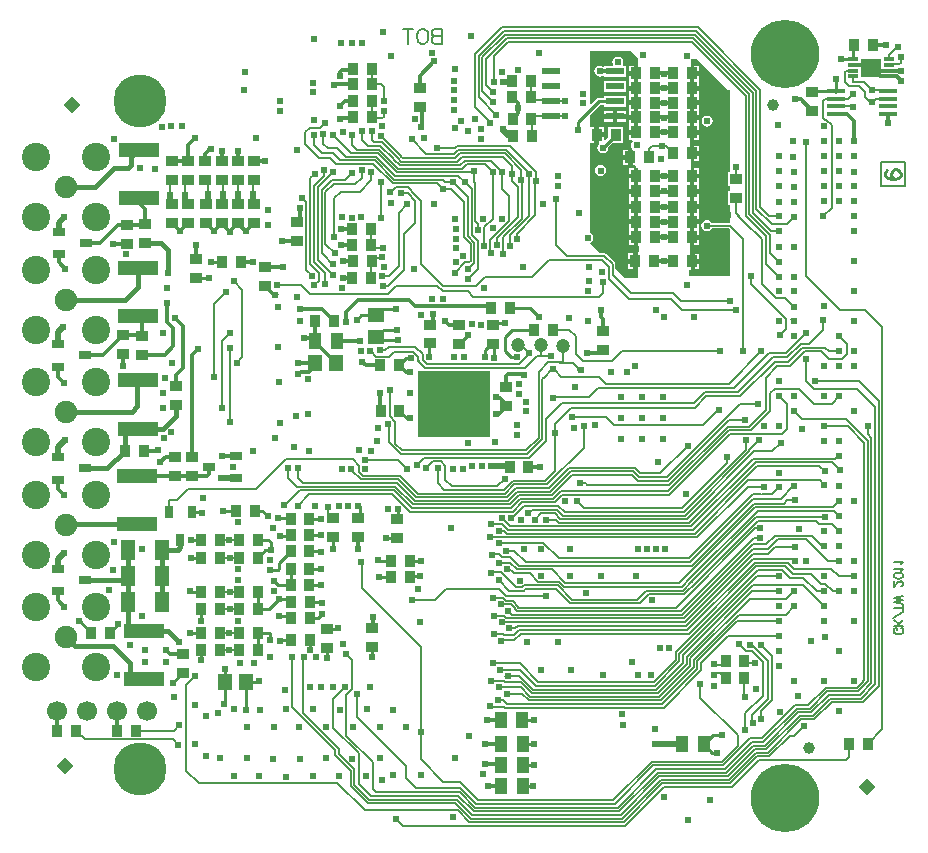
<source format=gbl>
%FSLAX25Y25*%
%MOIN*%
G70*
G01*
G75*
G04 Layer_Physical_Order=6*
G04 Layer_Color=16711680*
%ADD10R,0.03740X0.03937*%
%ADD11R,0.03937X0.03543*%
%ADD12R,0.03937X0.03740*%
%ADD13R,0.05906X0.01772*%
%ADD14R,0.03347X0.01772*%
%ADD15R,0.03347X0.01181*%
%ADD16R,0.02362X0.06102*%
%ADD17R,0.03543X0.03937*%
%ADD18R,0.03543X0.04331*%
%ADD19R,0.01575X0.03543*%
%ADD20R,0.07874X0.02362*%
%ADD21R,0.07087X0.04921*%
%ADD22R,0.03543X0.01575*%
%ADD23O,0.04331X0.01378*%
%ADD24O,0.01378X0.04331*%
%ADD25R,0.16535X0.16535*%
%ADD26R,0.04134X0.02559*%
%ADD27R,0.01181X0.05906*%
%ADD28R,0.05906X0.01181*%
%ADD29C,0.03937*%
%ADD30O,0.03347X0.01181*%
%ADD31O,0.01181X0.03347*%
%ADD32R,0.25000X0.25000*%
%ADD33R,0.08661X0.06102*%
%ADD34R,0.07008X0.14016*%
%ADD35R,0.05906X0.02165*%
%ADD36R,0.02165X0.05906*%
%ADD37C,0.02520*%
%ADD38R,0.09843X0.06890*%
%ADD39R,0.01181X0.03347*%
%ADD40R,0.08465X0.03740*%
%ADD41R,0.08465X0.12795*%
%ADD42R,0.04921X0.07087*%
%ADD43R,0.05512X0.04134*%
%ADD44R,0.06102X0.02362*%
%ADD45P,0.05568X4X360.0*%
%ADD46P,0.05568X4X270.0*%
%ADD47R,0.01772X0.05906*%
%ADD48C,0.00600*%
%ADD49C,0.01000*%
%ADD50C,0.01200*%
%ADD51C,0.00800*%
%ADD52C,0.03000*%
%ADD53C,0.01500*%
%ADD54C,0.02000*%
%ADD55C,0.00820*%
%ADD56C,0.04000*%
%ADD57C,0.02400*%
%ADD58C,0.00500*%
%ADD59C,0.06693*%
%ADD60C,0.09449*%
%ADD61C,0.07480*%
%ADD62C,0.17716*%
%ADD63C,0.22835*%
%ADD64C,0.02400*%
%ADD65R,0.08000X0.32000*%
%ADD66R,0.08000X0.08000*%
%ADD67C,0.05137*%
%ADD68C,0.07893*%
%ADD69C,0.05924*%
%ADD70C,0.11830*%
%ADD71C,0.06318*%
%ADD72C,0.02200*%
%ADD73R,0.08000X0.24000*%
%ADD74R,0.08000X0.16000*%
G04:AMPARAMS|DCode=75|XSize=99.37mil|YSize=99.37mil|CornerRadius=0mil|HoleSize=0mil|Usage=FLASHONLY|Rotation=0.000|XOffset=0mil|YOffset=0mil|HoleType=Round|Shape=Relief|Width=30mil|Gap=10mil|Entries=4|*
%AMTHD75*
7,0,0,0.09937,0.07937,0.03000,45*
%
%ADD75THD75*%
%ADD76C,0.02600*%
G04:AMPARAMS|DCode=77|XSize=126.929mil|YSize=126.929mil|CornerRadius=0mil|HoleSize=0mil|Usage=FLASHONLY|Rotation=0.000|XOffset=0mil|YOffset=0mil|HoleType=Round|Shape=Relief|Width=30mil|Gap=10mil|Entries=4|*
%AMTHD77*
7,0,0,0.12693,0.10693,0.03000,45*
%
%ADD77THD77*%
G04:AMPARAMS|DCode=78|XSize=166.299mil|YSize=166.299mil|CornerRadius=0mil|HoleSize=0mil|Usage=FLASHONLY|Rotation=0.000|XOffset=0mil|YOffset=0mil|HoleType=Round|Shape=Relief|Width=30mil|Gap=10mil|Entries=4|*
%AMTHD78*
7,0,0,0.16630,0.14630,0.03000,45*
%
%ADD78THD78*%
%ADD79R,0.06890X0.06102*%
%ADD80R,0.04134X0.05512*%
%ADD81R,0.04528X0.05709*%
%ADD82C,0.04724*%
%ADD83R,0.04528X0.07087*%
%ADD84R,0.05709X0.04528*%
%ADD85R,0.02559X0.04134*%
%ADD86R,0.13583X0.05118*%
G36*
X-64500Y130000D02*
Y127718D01*
Y125149D01*
X-65199D01*
Y124350D01*
X-67571D01*
Y122819D01*
X-67571D01*
Y121050D01*
X-65199D01*
Y119450D01*
X-67571D01*
Y117682D01*
Y116150D01*
X-65199D01*
Y114550D01*
X-67571D01*
Y112782D01*
X-67521D01*
Y111300D01*
X-65149D01*
Y109700D01*
X-67521D01*
Y107931D01*
Y106400D01*
X-65149D01*
Y104800D01*
X-67521D01*
Y103032D01*
X-66588D01*
X-66341Y102662D01*
X-66303Y102591D01*
X-66696Y102002D01*
X-66835Y101300D01*
X-66696Y100598D01*
X-66436Y100209D01*
X-66672Y99769D01*
X-66350D01*
Y97199D01*
Y94631D01*
X-65500D01*
Y94500D01*
X-65030Y94030D01*
X-65222Y93569D01*
X-64569D01*
X-64500Y93500D01*
Y90999D01*
X-65199D01*
Y90200D01*
X-67571D01*
Y88432D01*
Y86700D01*
X-65199D01*
Y85100D01*
X-67571D01*
Y83332D01*
Y81600D01*
X-65199D01*
Y80000D01*
X-67571D01*
Y78232D01*
Y76500D01*
X-65199D01*
Y74900D01*
X-67571D01*
Y73132D01*
Y71400D01*
X-65199D01*
Y70601D01*
X-64500D01*
Y68031D01*
Y65168D01*
X-64650D01*
Y62599D01*
Y60031D01*
X-64500D01*
Y57000D01*
X-69000D01*
X-72082Y60082D01*
Y61500D01*
X-72152Y61851D01*
X-72351Y62149D01*
X-75151Y64949D01*
X-75449Y65148D01*
X-75800Y65218D01*
X-77218D01*
X-80500Y68500D01*
Y68504D01*
X-80498Y68504D01*
X-79902Y68902D01*
X-79504Y69498D01*
X-79365Y70200D01*
X-79504Y70902D01*
X-79902Y71498D01*
X-80498Y71896D01*
X-80500Y71896D01*
Y102131D01*
X-79050D01*
Y104699D01*
Y107269D01*
X-80500D01*
Y111414D01*
X-77135Y114778D01*
X-75821D01*
Y114119D01*
X-68519D01*
Y117681D01*
X-75821D01*
Y117022D01*
X-77600D01*
X-78029Y116936D01*
X-78393Y116693D01*
X-78393Y116693D01*
X-80038Y115048D01*
X-80500Y115239D01*
Y132500D01*
X-67000D01*
X-64500Y130000D01*
D02*
G37*
G36*
X-34000Y119000D02*
Y92321D01*
X-34569D01*
Y87578D01*
X-34000D01*
Y86022D01*
X-34569D01*
Y81279D01*
X-34000D01*
Y75368D01*
X-39998D01*
X-40252Y75748D01*
X-40848Y76146D01*
X-41550Y76285D01*
X-42252Y76146D01*
X-42848Y75748D01*
X-43246Y75152D01*
X-43385Y74450D01*
X-43246Y73748D01*
X-42848Y73152D01*
X-42252Y72754D01*
X-41550Y72615D01*
X-40848Y72754D01*
X-40252Y73152D01*
X-39998Y73532D01*
X-34330D01*
X-34000Y73202D01*
Y57500D01*
X-47000D01*
Y59931D01*
Y62499D01*
Y65069D01*
Y67931D01*
Y70501D01*
X-46551D01*
Y71300D01*
X-44179D01*
Y73068D01*
D01*
Y73068D01*
X-44179Y73068D01*
Y73132D01*
X-44179D01*
Y74900D01*
X-46551D01*
Y76500D01*
X-44179D01*
Y78232D01*
Y80000D01*
X-46551D01*
Y81600D01*
X-44179D01*
Y83332D01*
Y85100D01*
X-46551D01*
Y86700D01*
X-44179D01*
Y88432D01*
Y90200D01*
X-46551D01*
Y90999D01*
X-47000D01*
Y93568D01*
Y95931D01*
Y98499D01*
Y101068D01*
Y102931D01*
Y105501D01*
X-46551D01*
Y106300D01*
X-44179D01*
Y107931D01*
Y109700D01*
X-46551D01*
Y111300D01*
X-44179D01*
Y113068D01*
X-44229D01*
Y114550D01*
X-46601D01*
Y116150D01*
X-44229D01*
Y117682D01*
X-44229D01*
Y119450D01*
X-46601D01*
Y121050D01*
X-44229D01*
Y122819D01*
X-44229D01*
Y124350D01*
X-46601D01*
Y125149D01*
X-47000D01*
Y127718D01*
Y129831D01*
X-46887Y130000D01*
X-45000D01*
X-34000Y119000D01*
D02*
G37*
G36*
X-114000Y4000D02*
X-138000D01*
Y26000D01*
X-114000D01*
Y4000D01*
D02*
G37*
%LPC*%
G36*
X-66000Y93568D02*
X-67571D01*
Y91800D01*
X-66000D01*
Y93568D01*
D02*
G37*
G36*
X-77000Y94635D02*
X-77702Y94496D01*
X-78298Y94098D01*
X-78696Y93502D01*
X-78835Y92800D01*
X-78696Y92098D01*
X-78298Y91502D01*
X-77702Y91104D01*
X-77000Y90965D01*
X-76298Y91104D01*
X-75702Y91502D01*
X-75304Y92098D01*
X-75165Y92800D01*
X-75304Y93502D01*
X-75702Y94098D01*
X-76298Y94496D01*
X-77000Y94635D01*
D02*
G37*
G36*
X-44279Y97700D02*
X-45850D01*
Y95932D01*
X-44279D01*
Y97700D01*
D02*
G37*
G36*
X-67950Y96400D02*
X-69521D01*
Y94631D01*
X-67950D01*
Y96400D01*
D02*
G37*
G36*
X-44179Y93568D02*
X-45750D01*
Y91800D01*
X-44179D01*
Y93568D01*
D02*
G37*
G36*
X-44079Y65069D02*
X-45650D01*
Y63300D01*
X-44079D01*
Y65069D01*
D02*
G37*
G36*
X-66250Y61800D02*
X-67821D01*
Y60031D01*
X-66250D01*
Y61800D01*
D02*
G37*
G36*
X-44079Y61700D02*
X-45650D01*
Y59931D01*
X-44079D01*
Y61700D01*
D02*
G37*
G36*
X-66000Y69800D02*
X-67571D01*
Y68032D01*
X-66000D01*
Y69800D01*
D02*
G37*
G36*
X-44179Y69700D02*
X-45750D01*
Y67931D01*
X-44179D01*
Y69700D01*
D02*
G37*
G36*
X-66250Y65168D02*
X-67821D01*
Y63400D01*
X-66250D01*
Y65168D01*
D02*
G37*
G36*
X-67950Y99769D02*
X-69521D01*
Y98000D01*
X-67950D01*
Y99769D01*
D02*
G37*
G36*
X-68519Y122681D02*
X-75821D01*
Y119119D01*
X-68519D01*
Y122681D01*
D02*
G37*
G36*
Y112681D02*
X-71370D01*
Y111700D01*
X-68519D01*
Y112681D01*
D02*
G37*
G36*
X-72970D02*
X-75821D01*
Y111700D01*
X-72970D01*
Y112681D01*
D02*
G37*
G36*
X-71250Y130685D02*
X-71952Y130546D01*
X-72548Y130148D01*
X-72946Y129552D01*
X-73085Y128850D01*
X-72946Y128148D01*
X-72928Y128122D01*
X-73164Y127681D01*
X-75821D01*
Y127591D01*
X-76262Y127355D01*
X-76548Y127546D01*
X-77250Y127685D01*
X-77952Y127546D01*
X-78548Y127148D01*
X-78946Y126552D01*
X-79085Y125850D01*
X-78946Y125148D01*
X-78548Y124552D01*
X-77952Y124154D01*
X-77250Y124015D01*
X-76548Y124154D01*
X-76301Y124319D01*
X-75831Y124150D01*
X-75821Y124119D01*
Y124119D01*
X-68519D01*
Y127681D01*
X-69336D01*
X-69572Y128122D01*
X-69554Y128148D01*
X-69415Y128850D01*
X-69554Y129552D01*
X-69952Y130148D01*
X-70548Y130546D01*
X-71250Y130685D01*
D02*
G37*
G36*
X-44229Y127718D02*
X-45800D01*
Y125950D01*
X-44229D01*
Y127718D01*
D02*
G37*
G36*
X-66000D02*
X-67571D01*
Y125950D01*
X-66000D01*
Y127718D01*
D02*
G37*
G36*
X-68519Y110100D02*
X-71370D01*
Y109119D01*
X-68519D01*
Y110100D01*
D02*
G37*
G36*
X-44179Y104700D02*
X-45750D01*
Y102931D01*
X-44179D01*
Y104700D01*
D02*
G37*
G36*
X-69480Y107269D02*
X-74420D01*
Y103816D01*
X-75318Y102919D01*
X-75779Y103110D01*
Y103900D01*
X-77450D01*
Y102131D01*
X-77685D01*
X-77540Y101653D01*
X-77548Y101648D01*
X-77946Y101052D01*
X-78085Y100350D01*
X-77946Y99648D01*
X-77548Y99052D01*
X-76952Y98654D01*
X-76250Y98515D01*
X-75548Y98654D01*
X-74952Y99052D01*
X-74554Y99648D01*
X-74415Y100350D01*
X-74464Y100600D01*
X-72933Y102131D01*
X-69480D01*
Y107269D01*
D02*
G37*
G36*
X-44279Y101068D02*
X-45850D01*
Y99300D01*
X-44279D01*
Y101068D01*
D02*
G37*
G36*
X-72970Y110100D02*
X-75821D01*
Y109119D01*
X-72970D01*
Y110100D01*
D02*
G37*
G36*
X-41450Y111035D02*
X-42152Y110896D01*
X-42748Y110498D01*
X-43146Y109902D01*
X-43285Y109200D01*
X-43146Y108498D01*
X-42748Y107902D01*
X-42152Y107504D01*
X-41450Y107365D01*
X-40748Y107504D01*
X-40152Y107902D01*
X-39754Y108498D01*
X-39615Y109200D01*
X-39754Y109902D01*
X-40152Y110498D01*
X-40748Y110896D01*
X-41450Y111035D01*
D02*
G37*
G36*
X-75779Y107269D02*
X-77450D01*
Y105500D01*
X-75779D01*
Y107269D01*
D02*
G37*
%LPD*%
D10*
X-107350Y-5900D02*
D03*
X-101050D02*
D03*
X-78250Y104700D02*
D03*
X-71950D02*
D03*
X-165950Y42500D02*
D03*
X-172250D02*
D03*
X-144150Y27900D02*
D03*
X-150450D02*
D03*
X-196950Y62300D02*
D03*
X-203250D02*
D03*
X-174050Y-45400D02*
D03*
X-180350D02*
D03*
X-146950Y-37200D02*
D03*
X-140650D02*
D03*
X-198450Y-20600D02*
D03*
X-192150D02*
D03*
X-144050Y12800D02*
D03*
X-150350D02*
D03*
X13750Y134500D02*
D03*
X7450D02*
D03*
X-174050Y-40000D02*
D03*
X-180350D02*
D03*
X-174050Y-34100D02*
D03*
X-180350D02*
D03*
X-174050Y-28700D02*
D03*
X-180350D02*
D03*
Y-23300D02*
D03*
X-174050D02*
D03*
X-173950Y-51100D02*
D03*
X-180250D02*
D03*
X-146950Y-42800D02*
D03*
X-140650D02*
D03*
X-173950Y-56500D02*
D03*
X-180250D02*
D03*
Y-63600D02*
D03*
X-173950D02*
D03*
X-240650Y-61200D02*
D03*
X-246950D02*
D03*
X-29050Y-70700D02*
D03*
X-35350D02*
D03*
X-29050Y-76400D02*
D03*
X-35350D02*
D03*
D11*
X-32000Y83650D02*
D03*
Y89950D02*
D03*
X-220000Y75450D02*
D03*
Y81750D02*
D03*
X-214500Y75450D02*
D03*
Y81750D02*
D03*
X-220000Y89650D02*
D03*
Y95950D02*
D03*
X-214500Y89650D02*
D03*
Y95950D02*
D03*
X-192400Y75450D02*
D03*
Y81750D02*
D03*
X-192400Y89650D02*
D03*
Y95950D02*
D03*
X-197767Y75450D02*
D03*
Y81750D02*
D03*
X-197833Y89650D02*
D03*
Y95950D02*
D03*
X-208500Y75450D02*
D03*
Y81750D02*
D03*
X-203133Y75450D02*
D03*
Y81750D02*
D03*
X-208700Y89650D02*
D03*
Y95950D02*
D03*
X-203267Y89650D02*
D03*
Y95950D02*
D03*
X-229900Y31450D02*
D03*
Y37750D02*
D03*
X-157900Y-29450D02*
D03*
Y-23150D02*
D03*
X-236100Y31550D02*
D03*
Y37850D02*
D03*
X-229000Y74850D02*
D03*
Y68550D02*
D03*
X-234800Y68450D02*
D03*
Y74750D02*
D03*
X-218638Y14689D02*
D03*
Y20988D02*
D03*
X-219000Y-2750D02*
D03*
Y-9050D02*
D03*
X-166200Y-23050D02*
D03*
Y-29350D02*
D03*
X-213200Y-9050D02*
D03*
Y-2750D02*
D03*
X-216300Y-74550D02*
D03*
Y-68250D02*
D03*
D12*
X-76300Y39250D02*
D03*
Y32950D02*
D03*
X-124300Y35050D02*
D03*
Y41350D02*
D03*
X-113000Y41250D02*
D03*
Y34950D02*
D03*
X-211700Y63350D02*
D03*
Y57050D02*
D03*
X-178300Y69250D02*
D03*
Y75550D02*
D03*
X-188900Y60750D02*
D03*
Y54450D02*
D03*
X-137300Y113850D02*
D03*
Y120150D02*
D03*
X-134000Y35150D02*
D03*
Y41450D02*
D03*
X-108400Y14250D02*
D03*
Y20550D02*
D03*
X-6400Y112750D02*
D03*
Y119050D02*
D03*
X-144800Y-29650D02*
D03*
Y-23350D02*
D03*
X-153300Y-59850D02*
D03*
Y-66150D02*
D03*
X-168100Y-59901D02*
D03*
Y-66200D02*
D03*
D13*
X1439Y119339D02*
D03*
Y116779D02*
D03*
Y114220D02*
D03*
Y111661D02*
D03*
X18761D02*
D03*
Y114220D02*
D03*
Y116779D02*
D03*
Y119339D02*
D03*
D15*
X7294Y130053D02*
D03*
Y128084D02*
D03*
Y126116D02*
D03*
Y124147D02*
D03*
X19106D02*
D03*
Y126116D02*
D03*
Y128084D02*
D03*
Y130053D02*
D03*
D17*
X-99050Y39800D02*
D03*
X-92750D02*
D03*
X-65450Y62600D02*
D03*
X-59150D02*
D03*
X-52750Y62500D02*
D03*
X-46450D02*
D03*
X-67150Y97200D02*
D03*
X-60850D02*
D03*
X-52950Y98500D02*
D03*
X-46650D02*
D03*
X-52850Y91000D02*
D03*
X-46550D02*
D03*
X-65200D02*
D03*
X-58900D02*
D03*
X-65200Y70600D02*
D03*
X-58900D02*
D03*
X-65200Y75700D02*
D03*
X-58900D02*
D03*
X-52850D02*
D03*
X-46550D02*
D03*
X-52850Y70500D02*
D03*
X-46550D02*
D03*
X-65200Y80800D02*
D03*
X-58900D02*
D03*
X-65200Y85900D02*
D03*
X-58900D02*
D03*
X-52850D02*
D03*
X-46550D02*
D03*
X-52850Y80800D02*
D03*
X-46550D02*
D03*
X-65150Y105600D02*
D03*
X-58850D02*
D03*
X-65150Y110500D02*
D03*
X-58850D02*
D03*
X-52850D02*
D03*
X-46550D02*
D03*
X-52850Y105500D02*
D03*
X-46550D02*
D03*
X-65200Y115350D02*
D03*
X-58900D02*
D03*
X-65200Y120250D02*
D03*
X-58900D02*
D03*
X-65200Y125150D02*
D03*
X-58900D02*
D03*
X-52900Y120250D02*
D03*
X-46600D02*
D03*
X-52900Y115350D02*
D03*
X-46600D02*
D03*
X-106250Y104300D02*
D03*
X-99950D02*
D03*
X-100050Y110100D02*
D03*
X-106350D02*
D03*
X-100150Y117400D02*
D03*
X-106450D02*
D03*
Y122500D02*
D03*
X-100150D02*
D03*
X-107350Y47000D02*
D03*
X-113650D02*
D03*
X5750Y-98300D02*
D03*
X12050D02*
D03*
X-191250Y-53400D02*
D03*
X-197550D02*
D03*
X-203850D02*
D03*
X-210150D02*
D03*
X-203850Y-61200D02*
D03*
X-210150D02*
D03*
X-203850Y-30200D02*
D03*
X-210150D02*
D03*
X-203850Y-36200D02*
D03*
X-210150D02*
D03*
X-203850Y-66900D02*
D03*
X-210150D02*
D03*
X-191250Y-47700D02*
D03*
X-197550D02*
D03*
X-191301Y-30200D02*
D03*
X-197600D02*
D03*
X-191250Y-66900D02*
D03*
X-197550D02*
D03*
X-191301Y-36200D02*
D03*
X-197600D02*
D03*
X-203850Y-47700D02*
D03*
X-210150D02*
D03*
X-52900Y125150D02*
D03*
X-46600D02*
D03*
X-159750Y57100D02*
D03*
X-153450D02*
D03*
X-159750Y67900D02*
D03*
X-153450D02*
D03*
X-153350Y62500D02*
D03*
X-159650D02*
D03*
X-153450Y73300D02*
D03*
X-159750D02*
D03*
X-159450Y126800D02*
D03*
X-153150D02*
D03*
Y121500D02*
D03*
X-159450D02*
D03*
Y116000D02*
D03*
X-153150D02*
D03*
Y110700D02*
D03*
X-159450D02*
D03*
X-231850Y-93900D02*
D03*
X-238150D02*
D03*
X-229350Y-600D02*
D03*
X-235650D02*
D03*
X-197550Y-61200D02*
D03*
X-191250D02*
D03*
X-251750Y-93900D02*
D03*
X-258050D02*
D03*
D26*
X-248972Y-43600D02*
D03*
X-258028Y-39860D02*
D03*
Y-47340D02*
D03*
X-207528Y-6000D02*
D03*
X-198472Y-9740D02*
D03*
Y-2260D02*
D03*
X-248772Y-6500D02*
D03*
X-257828Y-2760D02*
D03*
Y-10240D02*
D03*
X-248572Y68700D02*
D03*
X-257628Y72440D02*
D03*
Y64960D02*
D03*
X-248972Y31200D02*
D03*
X-258028Y34940D02*
D03*
Y27460D02*
D03*
D29*
X-19529Y114569D02*
D03*
X-7529Y-99531D02*
D03*
D44*
X-93430Y110900D02*
D03*
Y115900D02*
D03*
Y120900D02*
D03*
Y125900D02*
D03*
X-72170Y110900D02*
D03*
Y115900D02*
D03*
Y120900D02*
D03*
Y125900D02*
D03*
D45*
X-253100Y114800D02*
D03*
X-255600Y-105700D02*
D03*
X11900Y-112700D02*
D03*
D48*
X-109450Y-83800D02*
X-108250Y-85000D01*
X-103191Y-81600D02*
X-100991Y-83800D01*
X-103594Y-79500D02*
X-100494Y-82600D01*
X-103700Y-73600D02*
X-98400Y-78900D01*
X-104000Y-71500D02*
X-97900Y-77600D01*
X-113300Y-71500D02*
X-104000D01*
X-111200Y-83800D02*
X-109450D01*
X-108900Y-81600D02*
X-103191D01*
X-111100Y-79500D02*
X-103594D01*
X-111100Y-73600D02*
X-103700D01*
X-155600Y-3600D02*
X-144400D01*
X-141400Y-6600D01*
X-177220Y-13750D02*
X-145938D01*
X-137815Y29500D02*
Y30685D01*
Y29500D02*
X-137500Y29185D01*
X-137815Y29200D02*
Y29500D01*
X-137500Y29133D02*
X-135367Y27000D01*
X-137500Y29133D02*
Y29185D01*
X-138700Y34000D02*
X-136300Y31600D01*
Y29630D02*
X-134970Y28300D01*
X-136300Y29630D02*
Y31600D01*
X-82500Y400D02*
Y7500D01*
X-90262Y-14150D02*
X-54547D01*
X-89760Y-15350D02*
X-54050D01*
X-139430Y32300D02*
X-137815Y30685D01*
X-146000Y32300D02*
X-139430D01*
X-147600Y34000D02*
X-138700D01*
X-147500Y30800D02*
X-146000Y32300D01*
X-148700Y32900D02*
X-147600Y34000D01*
X-93370Y26200D02*
X-92350D01*
X-96400Y3303D02*
Y23170D01*
X-97600Y3800D02*
Y25710D01*
X-101800Y-400D02*
X-97600Y3800D01*
X-100906Y-2900D02*
X-95200Y2806D01*
X-101403Y-1700D02*
X-96400Y3303D01*
X-95200Y9900D02*
X-89800Y15300D01*
X-95200Y2806D02*
Y9900D01*
X-89800Y15300D02*
X-45900D01*
X-2900Y39600D02*
Y42900D01*
X-7500Y35000D02*
X-2900Y39600D01*
X-10333Y35000D02*
X-7500D01*
X-97600Y25710D02*
X-94500Y28810D01*
X-147500Y2203D02*
X-143597Y-1700D01*
X-145400Y1800D02*
X-143200Y-400D01*
X-145400Y1800D02*
Y9038D01*
X-94500Y28810D02*
X-89710D01*
X-147200Y10838D02*
X-145400Y9038D01*
X-147200Y19700D02*
Y19800D01*
Y10838D02*
Y19700D01*
X-130200Y-4100D02*
X-128700Y-5600D01*
X-132800Y-4100D02*
X-130200D01*
X-135100Y-6400D02*
X-132800Y-4100D01*
X-138300Y-5200D02*
X-136000Y-2900D01*
X-128700Y-10400D02*
Y-5600D01*
Y-10400D02*
X-126600Y-12500D01*
X-80900Y17200D02*
X-77700Y20400D01*
X-92400Y17200D02*
X-80900D01*
X-45900Y15300D02*
X-42350Y18850D01*
X-86800Y13800D02*
X-45600D01*
X-92250Y8350D02*
X-86800Y13800D01*
X-45600D02*
X-41800Y17600D01*
X-92250Y5150D02*
Y8350D01*
X-90050Y23900D02*
X-77500D01*
X-93370Y26200D02*
X-92860Y26710D01*
X-77700Y20400D02*
X-32600D01*
X-92350Y26200D02*
X-90050Y23900D01*
X-111400Y-12500D02*
X-109000Y-10100D01*
X-126600Y-12500D02*
X-111400D01*
X-139988Y-19700D02*
X-106815D01*
X-140485Y-20900D02*
X-106318D01*
X-143950Y-8950D02*
X-138000Y-14900D01*
X-144447Y-10150D02*
X-138497Y-16100D01*
X-144944Y-11350D02*
X-138994Y-17300D01*
X-145441Y-12550D02*
X-139491Y-18500D01*
X-145938Y-13750D02*
X-139988Y-19700D01*
X-146435Y-14950D02*
X-140485Y-20900D01*
X-18200Y27500D02*
X-14000D01*
X-22000Y21900D02*
Y23700D01*
X-18200Y27500D01*
X-22000Y12900D02*
Y21900D01*
X-34300Y21700D02*
X-23500Y32500D01*
X-75300Y21700D02*
X-34300D01*
X-19800Y-83794D02*
Y-68900D01*
X-21150Y-83447D02*
Y-70750D01*
X-26400Y-88697D02*
X-21150Y-83447D01*
X-23400Y-87394D02*
X-19800Y-83794D01*
X-43700Y-82900D02*
X-31300Y-95300D01*
Y-98921D02*
Y-95300D01*
X-43700Y-82900D02*
Y-78400D01*
X-49785Y-55300D02*
X-26285Y-31800D01*
X-106650Y-55300D02*
X-49785D01*
X-50282Y-54100D02*
X-25882Y-29700D01*
X-104880Y-54100D02*
X-50282D01*
X-49100Y-48400D02*
X-45000Y-44300D01*
X-60870Y-48400D02*
X-49100D01*
X-49597Y-47200D02*
X-46398Y-44001D01*
X-61700Y-47200D02*
X-49597D01*
X-49994Y-45900D02*
X-47197Y-43103D01*
X-89197Y-45900D02*
X-49994D01*
X-50709Y-44700D02*
X-25405Y-19396D01*
X-88700Y-44700D02*
X-50709D01*
X-23400Y-90050D02*
Y-87394D01*
X-23550Y-65250D02*
X-23450D01*
X-19800Y-68900D01*
X-24200Y-103700D02*
X4700D01*
X-33200Y-112700D02*
X-24200Y-103700D01*
X-36679Y-104300D02*
X-31300Y-98921D01*
X-36182Y-105500D02*
X-27182Y-96500D01*
X-35685Y-106700D02*
X-26685Y-97700D01*
X-35188Y-107900D02*
X-26188Y-98900D01*
X-34691Y-109100D02*
X-25691Y-100100D01*
X-34194Y-110300D02*
X-25194Y-101300D01*
X-33697Y-111500D02*
X-24697Y-102500D01*
X-60000Y-104300D02*
X-36679D01*
X-59400Y-105500D02*
X-36182D01*
X-56412Y-111500D02*
X-33697D01*
X-58400Y-106700D02*
X-35685D01*
X-57903Y-107900D02*
X-35188D01*
X-57406Y-109100D02*
X-34691D01*
X-56909Y-110300D02*
X-34194D01*
X-55915Y-112700D02*
X-33200D01*
X-72800Y-117100D02*
X-60000Y-104300D01*
X-72200Y-118300D02*
X-59400Y-105500D01*
X-71300Y-119600D02*
X-58400Y-106700D01*
X-70803Y-120800D02*
X-57903Y-107900D01*
X-70306Y-122000D02*
X-57406Y-109100D01*
X-69809Y-123200D02*
X-56909Y-110300D01*
X-69312Y-124400D02*
X-56412Y-111500D01*
X-26188Y-98900D02*
X-22206D01*
X-26685Y-97700D02*
X-22703D01*
X-27182Y-96500D02*
X-23200D01*
X-21212Y-101300D02*
X-10062Y-90150D01*
X-23200Y-96500D02*
X-12050Y-85350D01*
X-22703Y-97700D02*
X-11553Y-86550D01*
X-22206Y-98900D02*
X-11056Y-87750D01*
X-21709Y-100100D02*
X-10559Y-88950D01*
X-25691Y-100100D02*
X-21709D01*
X-25194Y-101300D02*
X-21212D01*
X-20715Y-102500D02*
X-13907Y-95693D01*
X-24697Y-102500D02*
X-20715D01*
X-138400Y-113000D02*
X-123703D01*
X-141700Y-109700D02*
X-138400Y-113000D01*
X-141700Y-109700D02*
Y-105700D01*
X5460Y7500D02*
X10900Y2060D01*
Y-77000D02*
Y2060D01*
X10000Y-77900D02*
X10900Y-77000D01*
X10000Y-77922D02*
Y-77900D01*
X-158100Y-89300D02*
X-141700Y-105700D01*
X-158100Y-89300D02*
Y-81700D01*
X8322Y-79600D02*
X10000Y-77922D01*
X-1950Y-79600D02*
X8322D01*
X4700Y-103700D02*
X5750Y-102650D01*
X-215100Y-107200D02*
X-211000Y-111300D01*
X-215100Y-107200D02*
Y-78700D01*
X-212100Y-75700D01*
X-211000Y-111300D02*
X-180830D01*
X-164888Y-111200D02*
X-155588Y-120500D01*
X-180730Y-111200D02*
X-164888D01*
X-180830Y-111300D02*
X-180730Y-111200D01*
X-12593Y-95693D02*
X-9150Y-92250D01*
X-13907Y-95693D02*
X-12593D01*
X-12050Y-85350D02*
X-7700D01*
X-10062Y-90150D02*
X-5712D01*
X-10559Y-88950D02*
X-6209D01*
X-11056Y-87750D02*
X-6706D01*
X-11553Y-86550D02*
X-7203D01*
X-54050Y-15350D02*
X-33700Y5000D01*
X-54547Y-14150D02*
X-34197Y6200D01*
X-54094Y-12000D02*
X-34694Y7400D01*
X-81390Y-12000D02*
X-54094D01*
X-30488Y15000D02*
X-24500D01*
X-34291Y9500D02*
X-29000D01*
X-34694Y7400D02*
X-27500D01*
X-82490Y-19800D02*
X-49900D01*
X-89497Y-22200D02*
X-48803D01*
X-87600Y-23400D02*
X-48306D01*
X-49900Y-19800D02*
X-34900Y-4800D01*
X-48803Y-22200D02*
X-27400Y-797D01*
X-48306Y-23400D02*
X-25702Y-796D01*
X-47500Y-24600D02*
X-26096Y-3196D01*
X-34900Y-4800D02*
Y-2600D01*
X-26150Y-15050D02*
X-23450D01*
X-46606Y-38900D02*
X-25902Y-18196D01*
X-47103Y-37700D02*
X-26187Y-16784D01*
X-25405Y-19396D02*
X-15600D01*
X-25902Y-18196D02*
X-15900D01*
X-26187Y-16784D02*
X-16984D01*
X-27784Y-10400D02*
X-4000D01*
X-28000Y-12600D02*
X-22500D01*
X-4000Y-10400D02*
X-2400Y-12000D01*
X-47197Y-43103D02*
X-24690Y-20596D01*
X-46398Y-44001D02*
X-25097Y-22700D01*
X-45000Y-44300D02*
X-24600Y-23900D01*
X-111300Y-27200D02*
X-109300D01*
X-91497Y-20200D02*
X-89497Y-22200D01*
X-93500Y-20200D02*
X-91497D01*
X-27400Y-200D02*
X-24300Y2900D01*
X-27400Y-797D02*
Y-200D01*
X-93900Y-20200D02*
X-93500D01*
X2300Y-2200D02*
X2600Y-2500D01*
X-26096Y-3196D02*
X1304D01*
X-87900Y-23400D02*
X-87600D01*
X-19896Y-796D02*
X-17000Y2100D01*
X-25702Y-796D02*
X-19896D01*
X-81890Y-11500D02*
X-81390Y-12000D01*
X-84000Y-11500D02*
X-81890D01*
X-156650Y-46450D02*
X-137000Y-66100D01*
X-182270Y-18800D02*
X-177220Y-13750D01*
X-73000Y57950D02*
X-67000Y51950D01*
X-104080Y28300D02*
X-100700Y31680D01*
Y31850D01*
X-102253Y27000D02*
X-98303Y30950D01*
X-93400D01*
X-98700Y78006D02*
Y89500D01*
X-100800Y77603D02*
Y91700D01*
X-105000Y71706D02*
X-98700Y78006D01*
X-105000Y69950D02*
X-104950Y69900D01*
X-105000Y69950D02*
Y71706D01*
X-129600Y52500D02*
X-121300D01*
X-131500Y54400D02*
X-129600Y52500D01*
X-121300D02*
X-119400Y50600D01*
X-214500Y-13500D02*
X-192000D01*
X-218100Y-17100D02*
X-214500Y-13500D01*
X-220800Y-17100D02*
X-218100D01*
X-103650Y34800D02*
X-100700Y31850D01*
X-104500Y34800D02*
X-103650D01*
X-97000Y31050D02*
Y34600D01*
X-52850Y51950D02*
X-50100Y49200D01*
X-67000Y51950D02*
X-52850D01*
X-50100Y49200D02*
X-33850D01*
X-49950Y46300D02*
X-31700D01*
X-53650Y50000D02*
X-49950Y46300D01*
X-29400Y32550D02*
Y69900D01*
X-33950Y74450D02*
X-29400Y69900D01*
X-32600Y20400D02*
X-21000Y32000D01*
X-30400Y17600D02*
X-19000Y29000D01*
X-42350Y18850D02*
X-31150D01*
X-19500Y30500D01*
X-41800Y17600D02*
X-30400D01*
X-27500Y7400D02*
X-22000Y12900D01*
X-21000Y32000D02*
X-15030D01*
X-56650Y100900D02*
X-55350D01*
X-59850D02*
X-56650D01*
X-60850Y99900D02*
X-59850Y100900D01*
X-55350D02*
X-52950Y98500D01*
X-60850Y97200D02*
Y99900D01*
X-32000Y93800D02*
X-31950Y93850D01*
X-32000Y89950D02*
Y93800D01*
Y78600D02*
Y83650D01*
Y78600D02*
X-29125Y75725D01*
X-23250Y69850D01*
X-31200Y77800D02*
X-29125Y75725D01*
X-41550Y74450D02*
X-33950D01*
X-23250Y55050D02*
Y69850D01*
Y55050D02*
X-18600Y50400D01*
X-21972Y61672D02*
X-17600Y57300D01*
X-20549Y65249D02*
X-17600Y62300D01*
X-26950Y55020D02*
Y57550D01*
X-13380Y43147D02*
X-13147D01*
X-12600Y42600D01*
X-26950Y55020D02*
X-15300Y43370D01*
X-18600Y50400D02*
X-15609D01*
X-113100Y-29300D02*
X-113000Y-29200D01*
X-108600Y-39300D02*
X-108200D01*
X-106000Y-41500D01*
X-2360Y-22800D02*
Y-22760D01*
Y-22984D02*
Y-22800D01*
X-109850Y-51900D02*
X-109750Y-51800D01*
X-108050Y-59800D02*
X-105450D01*
X-104650Y-59000D01*
X-89600Y34400D02*
X-89500Y34300D01*
Y28800D02*
Y34300D01*
X-5300Y-23900D02*
X-4300Y-24900D01*
X0D01*
X-24600Y-23900D02*
X-5300D01*
X-25097Y-22700D02*
X-2500D01*
X-2400Y-22800D01*
X-24690Y-20596D02*
X-15700D01*
X-28600Y2900D02*
Y3000D01*
X-4916Y-47481D02*
X-2529D01*
X-9400Y-42996D02*
X-4916Y-47481D01*
X-13804Y-42996D02*
X-9400D01*
X500Y-47481D02*
X2471D01*
X-2031Y-44950D02*
X500Y-47481D01*
X-3550Y-44950D02*
X-2031D01*
X-6704Y-41796D02*
X-3550Y-44950D01*
X2400Y-42481D02*
X7471D01*
X-94Y-39987D02*
X2400Y-42481D01*
X-12687Y-39987D02*
X-94D01*
X-14694Y-37981D02*
X-12687Y-39987D01*
X-23300Y-15050D02*
X-19850D01*
X-17500Y-12700D01*
X-170515Y106985D02*
X-169000Y108500D01*
X-14833Y30500D02*
X-10333Y35000D01*
X-15030Y32000D02*
X-8530Y38500D01*
X-9700Y33800D02*
X-2300D01*
X-8900Y32600D02*
X-3600D01*
X-14000Y27500D02*
X-8900Y32600D01*
X-14500Y29000D02*
X-9700Y33800D01*
X-19500Y30500D02*
X-14833D01*
X-2300Y33800D02*
X-1000Y32500D01*
X-3600Y32600D02*
X-1000Y30000D01*
X3500D01*
X-19000Y29000D02*
X-14500D01*
X3500Y30000D02*
X5000Y31500D01*
Y35000D01*
X2500Y37500D02*
X5000Y35000D01*
X-1000Y32500D02*
X2500D01*
X-42700Y8000D02*
X-37500Y13200D01*
X-72600Y8000D02*
X-42700D01*
X-75100Y10500D02*
X-72600Y8000D01*
X-86600Y10500D02*
X-75100D01*
X-77500Y23900D02*
X-75300Y21700D01*
X-89600Y28700D02*
X-89500Y28800D01*
X-90500Y28700D02*
X-89600D01*
X-8500Y22500D02*
Y30000D01*
X-6000Y20000D02*
X8500D01*
X-8500Y22500D02*
X-6000Y20000D01*
X-100570Y-41500D02*
X-97770Y-44300D01*
X-63870Y-51400D02*
X-60870Y-48400D01*
X-87091Y-51400D02*
X-63870D01*
X-93300Y-40100D02*
X-88700Y-44700D01*
X-68815Y-125600D02*
X-55915Y-112700D01*
X5750Y-102650D02*
Y-98300D01*
X-12830Y-41796D02*
X-6704D01*
X-15445Y-39181D02*
X-12830Y-41796D01*
X-21054Y-34947D02*
X-18907Y-32800D01*
X-21700Y-31800D02*
X-18800Y-28900D01*
X-18907Y-32800D02*
X-12200D01*
X-18800Y-28900D02*
X-6555D01*
X11100Y46400D02*
X16900Y40600D01*
X2800Y46400D02*
X11100D01*
X16900Y19500D02*
Y40600D01*
Y19500D02*
Y20700D01*
Y-93450D02*
Y19500D01*
X9813Y-83200D02*
X14500Y-78513D01*
X10310Y-84400D02*
X15700Y-79010D01*
Y16000D01*
X9200Y22500D02*
X15700Y16000D01*
X12050Y-98300D02*
X16900Y-93450D01*
X13300Y-78016D02*
Y3700D01*
X12000Y5000D02*
X13300Y3700D01*
X12100Y-77519D02*
Y2558D01*
X4657Y10000D02*
X12100Y2558D01*
X12000Y5000D02*
Y7500D01*
X14500Y-78513D02*
Y14000D01*
X8500Y20000D02*
X14500Y14000D01*
X-5500Y22500D02*
X9200D01*
X-10000Y10000D02*
X4657D01*
X-12500Y12500D02*
X-10000Y10000D01*
X-153000Y-113200D02*
Y-104300D01*
Y-113200D02*
X-151800Y-114400D01*
X-124000D01*
X-162000Y-68200D02*
X-159700Y-70500D01*
Y-80000D02*
Y-70500D01*
X-161700Y-82000D02*
X-159700Y-80000D01*
X-120000Y71400D02*
Y86600D01*
X-147900Y51700D02*
X-145200Y54400D01*
X-174000Y51700D02*
X-147900D01*
X-145200Y54400D02*
X-131500D01*
X-176900Y54600D02*
X-174000Y51700D01*
X-142400Y59770D02*
Y71800D01*
X-147770Y54400D02*
X-142400Y59770D01*
Y71800D02*
X-138900Y75300D01*
X-150500Y32900D02*
X-148700D01*
X-137000Y-94200D02*
Y-66100D01*
X-142700Y-125600D02*
X-68815D01*
X-118800Y-119600D02*
X-71300D01*
X-119297Y-120800D02*
X-70803D01*
X-119794Y-122000D02*
X-70306D01*
X-120291Y-123200D02*
X-69809D01*
X-120788Y-124400D02*
X-69312D01*
X-117800Y-117100D02*
X-72800D01*
X-123800Y-111100D02*
X-117800Y-117100D01*
X-124000Y-114400D02*
X-118800Y-119600D01*
X-124397Y-115700D02*
X-119297Y-120800D01*
X-124894Y-116900D02*
X-119794Y-122000D01*
X-125391Y-118100D02*
X-120291Y-123200D01*
X-124688Y-120500D02*
X-120788Y-124400D01*
X-155588Y-120500D02*
X-124688D01*
X-154594Y-118100D02*
X-125391D01*
X-154097Y-116900D02*
X-124894D01*
X-145100Y-123200D02*
X-142700Y-125600D01*
X-129400Y-111100D02*
X-123800D01*
X-153600Y-115700D02*
X-124397D01*
X-157600Y-111700D02*
X-153600Y-115700D01*
X-159100Y-111897D02*
X-154097Y-116900D01*
X-160300Y-112394D02*
X-154594Y-118100D01*
X-137000Y-103500D02*
X-129400Y-111100D01*
X-137000Y-103500D02*
Y-94200D01*
X-182400Y-18800D02*
X-182270D01*
X-139900Y-50300D02*
X-132200D01*
X-91791Y-46700D02*
X-87091Y-51400D01*
X-97770Y-44300D02*
X-90797D01*
X-147100Y85500D02*
X-147000D01*
X-145200Y87300D01*
X-146349Y88500D02*
X-131400D01*
X-129500Y86600D01*
X-150300Y77000D02*
Y89000D01*
X-157200Y85800D02*
X-153461Y89539D01*
X-163600Y85800D02*
X-157200D01*
X-158700Y88200D02*
X-156611Y90289D01*
X-163400Y88200D02*
X-158700D01*
X-144958Y92200D02*
X-119400D01*
X-144461Y93400D02*
X-123100D01*
X-143964Y94600D02*
X-123700D01*
X-143467Y95800D02*
X-124700D01*
X-142970Y97000D02*
X-125506D01*
X-135100Y98300D02*
X-125903D01*
X-140000Y103200D02*
X-135100Y98300D01*
X-145455Y91000D02*
X-124430D01*
X-15609Y50400D02*
X-12629Y47419D01*
X-15300Y39900D02*
Y43370D01*
X-17300Y37900D02*
X-15300Y39900D01*
X-184900Y54600D02*
X-176900D01*
X-196400Y30600D02*
Y52900D01*
X-198300Y28700D02*
X-196400Y30600D01*
X-199320Y55821D02*
X-196400Y52900D01*
X-205900Y48359D02*
X-201880Y52380D01*
X-205900Y23900D02*
Y48359D01*
X-203200Y36100D02*
X-200600Y38700D01*
X-203200Y13600D02*
Y36100D01*
X-200600Y9100D02*
Y33700D01*
Y9100D02*
X-200500Y9000D01*
X-255100Y49800D02*
X-236100D01*
X-149600Y54400D02*
X-147770D01*
X-143400Y97430D02*
X-142970Y97000D01*
X-144600Y96933D02*
X-143467Y95800D01*
X-144600Y96933D02*
Y97003D01*
X-143400Y97430D02*
Y97500D01*
X-150300Y104400D02*
X-143400Y97500D01*
X-149897Y102300D02*
X-144600Y97003D01*
X-131600Y100400D02*
X-125500D01*
X-98700Y89500D02*
X-98600Y89600D01*
Y92470D01*
X-107030Y100900D02*
X-98600Y92470D01*
X-125500Y100400D02*
X-125000Y100900D01*
X-107030D01*
X-125903Y98300D02*
X-124503Y99700D01*
X-143600Y85200D02*
X-141300D01*
X-138900Y82800D01*
Y75300D02*
Y82800D01*
X-144200Y78800D02*
X-141500Y81500D01*
X-144200Y61000D02*
Y78800D01*
X-147600Y57600D02*
X-144200Y61000D01*
X-149600Y57600D02*
X-147600D01*
X-165800Y83600D02*
X-163600Y85800D01*
X-153461Y89539D02*
Y92239D01*
X-165800Y70800D02*
Y83600D01*
X-168700Y85600D02*
X-166000Y88300D01*
X-170000Y86200D02*
X-166500Y89700D01*
X-171200Y87160D02*
X-166060Y92300D01*
X-172500Y62400D02*
X-169400Y59300D01*
X-172500Y87700D02*
X-169209Y90991D01*
X-173800Y61752D02*
X-170848Y58800D01*
X-173800Y90259D02*
X-172359Y91700D01*
X-156611Y90289D02*
Y92800D01*
X-163500Y88300D02*
X-163400Y88200D01*
X-166000Y88300D02*
X-163500D01*
X-176500Y83800D02*
X-175100Y82400D01*
X-166500Y89700D02*
X-162200D01*
X-159761Y92139D01*
X-175100Y59704D02*
X-172948Y57552D01*
X-169209Y90991D02*
Y92809D01*
X-169400Y55100D02*
X-169209Y55291D01*
X-152410Y102300D02*
X-149897D01*
X-106500Y91500D02*
Y94400D01*
X-109400Y97300D02*
X-106500Y94400D01*
X-123200Y97300D02*
X-109400D01*
X-103400Y89500D02*
Y92997D01*
X-108903Y98500D02*
X-103400Y92997D01*
X-124006Y98500D02*
X-108903D01*
X-119400Y92200D02*
X-119100Y92500D01*
X-124430Y91000D02*
X-122330Y88900D01*
X-124700Y95800D02*
X-123200Y97300D01*
X-122200Y96100D02*
X-113600D01*
X-123700Y94600D02*
X-122200Y96100D01*
X-121600Y94900D02*
X-117800D01*
X-123100Y93400D02*
X-121600Y94900D01*
X-125506Y97000D02*
X-124006Y98500D01*
X-122330Y88900D02*
X-122300D01*
X-120000Y86600D01*
X-118800Y75900D02*
Y88600D01*
Y75900D02*
X-117900Y75000D01*
X-119100Y88900D02*
X-118800Y88600D01*
X-119100Y88900D02*
Y92500D01*
X-117900Y72900D02*
Y75000D01*
X-109700Y86500D02*
X-107500Y84300D01*
X-106500Y91500D02*
X-106300Y91700D01*
X-119200Y99700D02*
X-108406D01*
X-100800Y92094D01*
Y91700D02*
Y92094D01*
X-113600Y96100D02*
X-109700Y92200D01*
X-117800Y94900D02*
X-115500D01*
X-112900Y92300D01*
X-124503Y99700D02*
X-119200D01*
X-120194D02*
X-119200D01*
X-118900Y94900D02*
X-117800D01*
X-109700Y86500D02*
Y92200D01*
X-104500Y77300D02*
Y87300D01*
X-103300Y76800D02*
Y89400D01*
X-113100Y92100D02*
X-112900Y92300D01*
X-106500Y89300D02*
X-104500Y87300D01*
X-111600Y67700D02*
X-111400Y67900D01*
X-103400Y89500D02*
X-103300Y89400D01*
X-106500Y89300D02*
Y91500D01*
X-98900Y89300D02*
X-98700Y89500D01*
X-2700Y77600D02*
X0Y80300D01*
X-15500Y-116500D02*
X-9000Y-123000D01*
X-3281Y42519D02*
X-2900Y42900D01*
X-220840Y-21172D02*
Y-17140D01*
X-251750Y-93900D02*
X-248882Y-96768D01*
X-219531D01*
X-217700Y-98600D01*
X-231850Y-93900D02*
X-219300D01*
X-217500Y-92100D01*
X-179800Y-69500D02*
X-179700Y-69600D01*
Y-86167D02*
Y-69600D01*
X-176100Y-88070D02*
Y-69600D01*
Y-88070D02*
X-164285Y-99885D01*
X-179700Y-86167D02*
X-165485Y-100382D01*
X-166100Y-83200D02*
X-162100Y-79200D01*
X-165485Y-102118D02*
Y-100382D01*
X-164285Y-101621D02*
Y-99885D01*
X-165485Y-102118D02*
X-160300Y-107303D01*
Y-112394D02*
Y-107303D01*
X-164285Y-101621D02*
X-159100Y-106806D01*
Y-111897D02*
Y-106806D01*
X-166100Y-92897D02*
Y-83200D01*
X-161700Y-95600D02*
Y-82000D01*
X-166100Y-92897D02*
X-157600Y-101397D01*
Y-111700D02*
Y-101397D01*
X-161700Y-95600D02*
X-153000Y-104300D01*
X9316Y-82000D02*
X13300Y-78016D01*
X8819Y-80800D02*
X12100Y-77519D01*
X-95200Y-49000D02*
X-94800Y-48600D01*
X-9629Y-45381D02*
X-2529Y-52481D01*
X-15048Y-50000D02*
X-12529Y-47481D01*
X-15248Y-55200D02*
X-12529Y-52481D01*
X-17529Y-57829D02*
Y-57481D01*
X-113400Y-71600D02*
X-113300Y-71500D01*
X-153500Y32500D02*
X-151800Y30800D01*
X-147500D01*
X-12529Y-37481D02*
X-12348Y-37300D01*
X-12300D01*
X-16419Y-40381D02*
X-13804Y-42996D01*
X-15600Y-19396D02*
X-14068D01*
X-15600D02*
X604D01*
X2500Y-17500D01*
X-15700Y-20596D02*
X-14565D01*
X-15700D02*
X796D01*
X2600Y-22400D01*
X-2400Y-22800D02*
X-2360Y-22760D01*
X-2400Y-22800D02*
X-2360D01*
X-2300D01*
X0Y-24900D02*
X2600Y-27500D01*
X-6555Y-28900D02*
X-3055Y-32400D01*
X-16984Y-16784D02*
X-12700Y-12500D01*
X-15900Y-18196D02*
X-14804Y-17100D01*
X-12100D01*
X-45449Y-44749D02*
X-45000Y-44300D01*
X-46649Y-44252D02*
X-46398Y-44001D01*
X-47849Y-43755D02*
X-47197Y-43103D01*
X-90797Y-44300D02*
X-89197Y-45900D01*
X-170000Y65400D02*
X-165700Y61100D01*
X-168700Y68300D02*
X-165600Y65200D01*
X-168700Y68300D02*
Y85600D01*
X-170000Y65400D02*
Y86200D01*
X-172500Y62400D02*
Y87700D01*
X-173800Y61752D02*
Y90259D01*
X-175100Y59704D02*
Y82400D01*
X-123703Y-113000D02*
X-118403Y-118300D01*
X-72200D01*
X-2500Y7500D02*
X5460D01*
X-1453Y-80800D02*
X8819D01*
X-956Y-82000D02*
X9316D01*
X-459Y-83200D02*
X9813D01*
X38Y-84400D02*
X10310D01*
X-5712Y-90150D02*
X38Y-84400D01*
X-6209Y-88950D02*
X-459Y-83200D01*
X-6706Y-87750D02*
X-956Y-82000D01*
X-7203Y-86550D02*
X-1453Y-80800D01*
X-7700Y-85350D02*
X-1950Y-79600D01*
X-25882Y-29700D02*
X-24110D01*
X-26285Y-31800D02*
X-21700D01*
X-26038Y-34947D02*
X-21054D01*
X-7400Y56600D02*
X2800Y46400D01*
X-8500Y102700D02*
X-8300Y102900D01*
X-8500Y57700D02*
Y102700D01*
Y57700D02*
X-7400Y56600D01*
X-44622Y140500D02*
X-23850Y119728D01*
X-45119Y139300D02*
X-25050Y119231D01*
X-45616Y138100D02*
X-26250Y118734D01*
X-46113Y136900D02*
X-27450Y118237D01*
X-25050Y80135D02*
Y119231D01*
X-46610Y135700D02*
X-28650Y117740D01*
X-107850Y135700D02*
X-46610D01*
X-89710Y28810D02*
X-89600Y28700D01*
X-86050D01*
X-84400Y27050D01*
Y26300D02*
Y27050D01*
X1439Y116779D02*
X5379D01*
X7000Y118400D01*
X1439Y114220D02*
X6780D01*
X7000Y114000D01*
X18600Y119500D02*
X18761Y119339D01*
X13500Y119500D02*
X18600D01*
X14780Y116779D02*
X18761D01*
X13500Y115500D02*
X14780Y116779D01*
X12870Y115500D02*
X13500D01*
X4816Y126116D02*
X7294D01*
Y122406D02*
Y124147D01*
X5800Y121000D02*
X9000D01*
X7294Y122406D02*
X7500Y122200D01*
X10800D01*
X13500Y119500D01*
X9000Y121000D02*
X11085Y118915D01*
Y117285D02*
X12870Y115500D01*
X11085Y117285D02*
Y118915D01*
X4350Y122450D02*
X5800Y121000D01*
X4350Y122450D02*
Y125650D01*
X4400Y125700D01*
X4816Y126116D01*
X19106Y130053D02*
Y131306D01*
X21900Y134100D02*
X22200D01*
X19106Y131306D02*
X21900Y134100D01*
X19221Y128200D02*
X22600D01*
X23000Y128600D01*
Y130700D01*
X19106Y128084D02*
X19221Y128200D01*
X0Y80300D02*
Y107960D01*
X-1740Y109700D02*
X0Y107960D01*
X-2300Y109700D02*
X-1740D01*
X-3000Y110400D02*
X-2300Y109700D01*
X-3000Y116000D02*
X-2200Y116800D01*
X1418D01*
X1439Y116779D01*
X-3000Y110400D02*
Y116000D01*
X-76318Y51882D02*
Y55518D01*
X-77600Y50600D02*
X-76318Y51882D01*
X-119400Y50600D02*
X-77600D01*
X-76500Y62900D02*
X-74200Y60600D01*
X-73000Y57950D02*
Y61500D01*
X-75800Y64300D02*
X-73000Y61500D01*
X-107500Y75997D02*
Y84300D01*
X-111600Y67700D02*
Y70200D01*
X-115800Y67600D02*
Y73900D01*
X-112900Y76800D01*
Y92300D01*
X-111600Y70200D02*
X-104500Y77300D01*
X-107100Y71303D02*
X-100800Y77603D01*
X-109400Y70700D02*
X-103300Y76800D01*
X-107100Y67500D02*
Y71303D01*
X-113700Y65200D02*
Y69797D01*
X-107500Y75997D01*
X-109400Y65300D02*
Y70700D01*
X-136700Y61500D02*
Y82730D01*
X-115470Y57300D02*
X-99800D01*
X-138700Y84730D02*
X-136700Y82730D01*
X-74200Y56700D02*
Y60600D01*
Y56700D02*
X-67500Y50000D01*
X-53650D01*
X-99800Y57300D02*
X-94200Y62900D01*
X-136700Y61500D02*
X-129400Y54200D01*
X-118570D01*
X-115470Y57300D01*
X-145200Y87300D02*
X-141200D01*
X-138700Y84800D01*
Y84730D02*
Y84800D01*
X-94200Y62900D02*
X-76500D01*
X-88200Y64300D02*
X-75800D01*
X-91900Y68000D02*
X-88200Y64300D01*
X-91900Y68000D02*
Y83400D01*
X-26400Y-91100D02*
Y-88697D01*
X-26600Y-65300D02*
X-21150Y-70750D01*
X-30700Y-65100D02*
X-28375Y-67425D01*
X-26375D02*
X-22850Y-70950D01*
X-26400Y-67400D02*
X-26375Y-67425D01*
X-28375D02*
X-26375D01*
X-26900Y-67400D02*
X-26400D01*
X-28700Y-93650D02*
Y-88150D01*
X-22850Y-82300D01*
Y-70950D01*
X-109380Y-49700D02*
X-108480Y-50600D01*
X-25403Y-26400D02*
X-23700D01*
X-104383Y-52900D02*
X-51903D01*
X-25403Y-26400D01*
X-26250Y78650D02*
X-20119Y72519D01*
X-26250Y78650D02*
Y118734D01*
X-174050Y-14950D02*
X-146435D01*
X-178000Y-18900D02*
X-174050Y-14950D01*
X-156650Y-46450D02*
Y-37350D01*
X-113400Y-77500D02*
X-113300Y-77400D01*
X-109300D01*
X-108900Y-77800D01*
X-103597D01*
X-99997Y-81400D01*
X-109750Y-51800D02*
X-107700D01*
X-112450Y-49700D02*
X-109380D01*
X-112550Y-49800D02*
X-112450Y-49700D01*
X-112550Y-55700D02*
X-112450Y-55600D01*
X-26136Y-33348D02*
X-21152D01*
X-1219Y-37381D02*
X2571D01*
X-105700Y-63700D02*
X-103600Y-61600D01*
X-112700Y-49650D02*
X-112550Y-49800D01*
X-112700Y-49650D02*
Y-49600D01*
X-106830Y-51800D02*
X-105600Y-53030D01*
Y-53380D02*
Y-53030D01*
Y-53380D02*
X-104880Y-54100D01*
X-106333Y-50600D02*
X-104400Y-52533D01*
Y-52883D02*
Y-52533D01*
Y-52883D02*
X-104383Y-52900D01*
X-112450Y-55600D02*
X-109130D01*
X-108480Y-50600D02*
X-106333D01*
X-107850Y-54050D02*
X-107700Y-53900D01*
X-107900Y-54050D02*
X-107850D01*
X-107900D02*
X-106650Y-55300D01*
X-107700Y-51800D02*
X-106830D01*
X-55950Y-86200D02*
X-43500Y-73750D01*
X-108250Y-85000D02*
X-56447D01*
X-44700Y-73253D01*
X-100991Y-83800D02*
X-56944D01*
X-45900Y-72756D01*
X-100494Y-82600D02*
X-57441D01*
X-47100Y-72259D01*
X-99997Y-81400D02*
X-57938D01*
X-48300Y-71762D01*
X-99500Y-80200D02*
X-58435D01*
X-49500Y-71265D01*
X-98400Y-78900D02*
X-58832D01*
X-50700Y-70768D01*
X-21152Y-33348D02*
X-17904Y-30100D01*
X-8500D01*
X-1219Y-37381D01*
X-12900Y-36700D02*
X-12300Y-37300D01*
X-26094Y-36700D02*
X-12900D01*
X-104200Y-60400D02*
X-48097D01*
X-112650Y-61600D02*
X-109600D01*
X-25678Y-37981D02*
X-14694D01*
X-109600Y-61600D02*
X-109200Y-62000D01*
X-105800D01*
X-104200Y-60400D01*
X-103600Y-61600D02*
X-47600D01*
X-25181Y-39181D02*
X-15445D01*
X-110250Y-63700D02*
X-105700D01*
X-110350Y-64100D02*
Y-63600D01*
X-110250Y-63700D01*
X-24460Y-40381D02*
X-16419D01*
X-97900Y-77600D02*
X-59229D01*
X-51900Y-70271D01*
Y-67821D01*
X-24863Y-42481D02*
X-17529D01*
X-50700Y-70768D02*
Y-68318D01*
X-26066Y-45381D02*
X-9629D01*
X-49500Y-71265D02*
Y-68815D01*
X-108900Y-75700D02*
X-108800Y-75600D01*
X-104100D01*
X-99500Y-80200D01*
X-26469Y-47481D02*
X-17529D01*
X-48300Y-71762D02*
Y-69312D01*
X-47100Y-72259D02*
Y-69809D01*
X-45900Y-72756D02*
Y-70306D01*
X-31378Y-57481D02*
X-17529D01*
X-44700Y-73253D02*
Y-70803D01*
X-108747Y-86200D02*
X-55950D01*
X-113950Y-85850D02*
X-113900Y-85900D01*
X-109047D02*
X-108747Y-86200D01*
X-34681Y-62481D02*
X-17529D01*
X-43500Y-73750D02*
Y-71300D01*
X-113900Y-85900D02*
X-110600D01*
X-109047D01*
X-30794Y-55200D02*
X-18600D01*
X-15248D01*
X-27291Y-50000D02*
X-18500D01*
X-15048D01*
X-104650Y-59000D02*
X-48394D01*
X-108230Y-56500D02*
X-106900D01*
X-109130Y-55600D02*
X-108530Y-56200D01*
X-108230Y-56500D01*
X-43500Y-71300D02*
X-34681Y-62481D01*
X-44700Y-70803D02*
X-31378Y-57481D01*
X-45900Y-70306D02*
X-30794Y-55200D01*
X-47100Y-69809D02*
X-27291Y-50000D01*
X-48300Y-69312D02*
X-26469Y-47481D01*
X-49500Y-68815D02*
X-26066Y-45381D01*
X-50700Y-68318D02*
X-24863Y-42481D01*
X-51900Y-67821D02*
X-24460Y-40381D01*
X-47600Y-61600D02*
X-25181Y-39181D01*
X-48097Y-60400D02*
X-25678Y-37981D01*
X-48394Y-59000D02*
X-26094Y-36700D01*
X-49288Y-56500D02*
X-26136Y-33348D01*
X-106900Y-56500D02*
X-49288D01*
X-48791Y-57700D02*
X-26038Y-34947D01*
X-110250Y-57700D02*
X-110000D01*
X-48791D01*
X-104333Y-38900D02*
X-46606D01*
X-113100Y-35200D02*
X-113000Y-35100D01*
X-110770D01*
X-104830Y-40100D02*
X-93300D01*
X-106000Y-41500D02*
X-100570D01*
X-102533Y-47200D02*
X-102033Y-46700D01*
X-91791D01*
X-47600Y-36500D02*
X-26150Y-15050D01*
X-103030Y-46000D02*
X-102530Y-45500D01*
X-91294D01*
X-86594Y-50200D01*
X-64700D01*
X-61700Y-47200D01*
X-113550Y-41350D02*
X-113200Y-41000D01*
X-110270D01*
X-105270Y-46000D01*
X-103030D01*
X-107030Y-37900D02*
X-104830Y-40100D01*
X-111000Y-37900D02*
X-107030D01*
X-105100Y-47200D02*
X-102533D01*
X-108383Y-49000D02*
X-95200D01*
X-132200Y-50300D02*
X-128500Y-46600D01*
X-112100D01*
X-110783D01*
X-108383Y-49000D01*
X-110900Y-43700D02*
X-107400Y-47200D01*
X-105100D01*
X-110770Y-35100D02*
X-109870Y-36000D01*
X-107233D02*
X-104333Y-38900D01*
X-109870Y-36000D02*
X-107233D01*
X-90830Y-36500D02*
X-47600D01*
X-96130Y-31200D02*
X-90830Y-36500D01*
X-106900Y-31200D02*
X-96130D01*
X-110900Y-31400D02*
X-110700Y-31200D01*
X-110900Y-31400D02*
X-110800D01*
X-110700Y-31200D02*
X-106900D01*
X-109050Y-33850D02*
X-108500D01*
Y-33900D02*
X-105800D01*
X-102000Y-37700D01*
X-47103D01*
X-113100Y-29300D02*
X-112800D01*
X-112500D01*
X-25296Y-4396D02*
X196D01*
X2900Y-7100D01*
X-24696Y-5596D02*
X-4104D01*
X-2200Y-7500D01*
X-113600Y-25100D02*
X-110700D01*
X-109703D01*
X-87503Y-6300D02*
X-65500D01*
X-91100Y-18900D02*
X-89000Y-21000D01*
X-91618Y-18900D02*
X-91100D01*
X-89000Y-21000D02*
X-49300D01*
X-28600Y-300D01*
Y2900D01*
X-91718Y-19000D02*
X-91618Y-18900D01*
X-92110Y-17700D02*
X-89760Y-15350D01*
X-92115Y-17700D02*
X-92110D01*
X-17500Y17500D02*
X-15000Y15000D01*
X-33700Y5000D02*
X-16500D01*
X-15000Y6500D01*
Y15000D01*
X-92215Y-17800D02*
X-92115Y-17700D01*
X-34197Y6200D02*
X-26800D01*
X-20500Y12500D01*
X-6000Y15000D02*
X0D01*
X2500Y17500D01*
X-11000Y20000D02*
X-6000Y15000D01*
X-20500Y12500D02*
Y18500D01*
X-19000Y20000D01*
X-11000D01*
X-92712Y-16600D02*
X-90262Y-14150D01*
X-64694Y-10700D02*
X-54491D01*
X-34291Y9500D01*
X-86609Y-8800D02*
X-66594D01*
X-64694Y-10700D01*
X-181300Y-9600D02*
Y-6300D01*
Y-9600D02*
X-178350Y-12550D01*
X-145441D01*
X-64197Y-9500D02*
X-54988D01*
X-30488Y15000D01*
X-87006Y-7500D02*
X-66197D01*
X-64197Y-9500D01*
X-176350Y-11350D02*
X-144944D01*
X-65500Y-6300D02*
X-63700Y-8100D01*
X-57100D01*
X-48000Y1000D01*
X-131400Y-6600D02*
X-131300D01*
Y-11500D02*
Y-6600D01*
Y-11500D02*
X-129100Y-13700D01*
X-92250Y-7450D02*
Y4800D01*
Y5150D01*
X-99700Y-20200D02*
X-93500D01*
X-101000Y-21500D02*
X-99700Y-20200D01*
X-93209Y-15400D02*
X-86609Y-8800D01*
X-93706Y-14200D02*
X-87006Y-7500D01*
X-94203Y-13000D02*
X-87503Y-6300D01*
X-94700Y-11800D02*
X-82500Y400D01*
X-95400Y-10600D02*
X-92250Y-7450D01*
X-129100Y-13700D02*
X-109300D01*
X-106200Y-10600D01*
X-95400D01*
X-138000Y-14900D02*
X-108803D01*
X-105703Y-11800D01*
X-94700D01*
X-138497Y-16100D02*
X-108306D01*
X-105206Y-13000D01*
X-94203D01*
X-138994Y-17300D02*
X-107809D01*
X-104709Y-14200D01*
X-93706D01*
X-139491Y-18500D02*
X-107312D01*
X-104212Y-15400D01*
X-93209D01*
X-106815Y-19700D02*
X-103715Y-16600D01*
X-92712D01*
X-106318Y-20900D02*
X-103218Y-17800D01*
X-92215D01*
X-106600Y-23100D02*
X-102500Y-19000D01*
X-91718D01*
X-45584Y-28200D02*
X-27784Y-10400D01*
X-46100Y-27000D02*
X-24696Y-5596D01*
X-46700Y-25800D02*
X-25296Y-4396D01*
X-98800Y-23600D02*
X-96700Y-21500D01*
X-110000Y-23000D02*
X-107200Y-25800D01*
X-109703Y-25100D02*
X-107803Y-27000D01*
X-109300Y-27200D02*
X-108300Y-28200D01*
X-44800Y-29400D02*
X-28000Y-12600D01*
X-109500Y-29300D02*
X-109400Y-29400D01*
X-112800Y-29300D02*
X-110600D01*
X-109500D01*
X-109400Y-29400D02*
X-44800D01*
X-108300Y-28200D02*
X-45584D01*
X-107803Y-27000D02*
X-46100D01*
X-107200Y-25800D02*
X-46700D01*
X-95700Y-23600D02*
X-95200D01*
X-90900Y-24600D02*
X-47500D01*
X-91900Y-23600D02*
X-90900Y-24600D01*
X-90403Y-23400D02*
X-87600D01*
X-92303Y-21500D02*
X-90403Y-23400D01*
X-96700Y-21500D02*
X-92303D01*
X-95200Y-23600D02*
X-91900D01*
X1304Y-3196D02*
X2300Y-2200D01*
X-147900Y8400D02*
X-147500Y8800D01*
Y2203D02*
Y8800D01*
X-95435Y24135D02*
X-93370Y26200D01*
X-96400Y23170D02*
X-95670Y23900D01*
X-95435Y24135D01*
X-143200Y-400D02*
X-101800D01*
X-143597Y-1700D02*
X-101403D01*
X-136000Y-2900D02*
X-100906D01*
X-177900Y-9800D02*
X-176350Y-11350D01*
X-177900Y-9800D02*
Y-6200D01*
X-192000Y-13500D02*
X-182000Y-3500D01*
X-159600D01*
X-157550Y-7720D02*
X-156320Y-8950D01*
X-156817Y-10150D02*
X-144447D01*
X-156320Y-8950D02*
X-143950D01*
X-160100Y-6867D02*
Y-6800D01*
X-157550Y-7720D02*
Y-5550D01*
X-159600Y-3500D02*
X-157550Y-5550D01*
X-160100Y-6867D02*
X-156817Y-10150D01*
X-134970Y28300D02*
X-104080D01*
X-135367Y27000D02*
X-102253D01*
X-126090Y88860D02*
X-121300Y84070D01*
Y70897D02*
Y84070D01*
X-145852Y89700D02*
X-129550D01*
X-128710Y88860D02*
X-126090D01*
X-129550Y89700D02*
X-128710Y88860D01*
X-169200Y105300D02*
X-169000Y105500D01*
X-166100Y104600D02*
X-160100Y98600D01*
X-167155Y97035D02*
X-165120Y95000D01*
X-170785Y97035D02*
X-167155D01*
X-173985Y106985D02*
X-170515D01*
X-175390Y105580D02*
X-173985Y106985D01*
X-175390Y101640D02*
Y105580D01*
Y101640D02*
X-170785Y97035D01*
X-172670Y101380D02*
Y104630D01*
Y101380D02*
X-169915Y98625D01*
X-166225D01*
X-163800Y96200D01*
X-156660Y105870D02*
X-156540Y105750D01*
X-145800Y96436D02*
X-143964Y94600D01*
X-145800Y96436D02*
Y96506D01*
X-150394Y101100D02*
X-145800Y96506D01*
X-156540Y102980D02*
Y105750D01*
Y102980D02*
X-154660Y101100D01*
X-150861Y99800D02*
X-144461Y93400D01*
X-159800Y101390D02*
Y104500D01*
Y101390D02*
X-158210Y99800D01*
X-164750Y100150D02*
X-162000Y97400D01*
X-169420Y101690D02*
Y105110D01*
Y101690D02*
X-167880Y100150D01*
X-164750D01*
X-154660Y101100D02*
X-153300D01*
X-165120Y95000D02*
X-152849D01*
X-146349Y88500D01*
X-163800Y96200D02*
X-152352D01*
X-145852Y89700D01*
X-162000Y97400D02*
X-151855D01*
X-145455Y91000D01*
X-160100Y98600D02*
X-151358D01*
X-144958Y92200D01*
X-158210Y99800D02*
X-150861D01*
X-153300Y101100D02*
X-150394D01*
X-153160Y103050D02*
X-152410Y102300D01*
X-153160Y103050D02*
Y105920D01*
X-112690Y130860D02*
X-107850Y135700D01*
X-108347Y136900D02*
X-46113D01*
X-108844Y138100D02*
X-45616D01*
X-109341Y139300D02*
X-45119D01*
X-25050Y80135D02*
X-19915Y75000D01*
X-14800D01*
X-12600Y77200D01*
X-109838Y140500D02*
X-44622D01*
X-114100Y109100D02*
X-113800Y108800D01*
X-114100Y109100D02*
Y109394D01*
X-23850Y80632D02*
Y119728D01*
Y80632D02*
X-20737Y77519D01*
X-17529D01*
X-118840Y131498D02*
X-109838Y140500D01*
X-118840Y114134D02*
X-114100Y109394D01*
X-117640Y131001D02*
X-109341Y139300D01*
X-117640Y117240D02*
X-111700Y111300D01*
X-116440Y130504D02*
X-108844Y138100D01*
X-118840Y114134D02*
Y131498D01*
X-117640Y117240D02*
Y131001D01*
X-112690Y122470D02*
Y130860D01*
X-116440Y119150D02*
Y130504D01*
Y119150D02*
X-112920Y115630D01*
X-171200Y62900D02*
Y87160D01*
Y62900D02*
X-166200Y57900D01*
X-169400Y59300D02*
X-168750Y58650D01*
Y55090D02*
Y58650D01*
X-172400Y54500D02*
X-170848Y56052D01*
Y58800D01*
X-120000Y71400D02*
X-117900Y69300D01*
X-121300Y70897D02*
X-119100Y68697D01*
X-117900Y67560D02*
Y69300D01*
X-122600Y70500D02*
Y82420D01*
X-126780Y86600D02*
X-122600Y82420D01*
X-129500Y86600D02*
X-126780D01*
X-122600Y70500D02*
X-120300Y68200D01*
X-125600Y58700D02*
Y58730D01*
X-122130Y62200D01*
X-120900D01*
X-120300Y62800D01*
Y68200D01*
X-121300Y56500D02*
X-117900Y59900D01*
X-121300D02*
X-119100Y62100D01*
Y68697D01*
X-169200Y105110D02*
Y105300D01*
X-117900Y59900D02*
Y67560D01*
X-84790Y-17500D02*
X-82490Y-19800D01*
X-17708Y72699D02*
X-17529Y72519D01*
X-115240Y121320D02*
X-112840Y118920D01*
X-115240Y121320D02*
Y130007D01*
X-108347Y136900D01*
X-28650Y77656D02*
Y117740D01*
X-27450Y78153D02*
Y118237D01*
X-28650Y77656D02*
X-21972Y70978D01*
Y61672D02*
Y70978D01*
X-27450Y78153D02*
X-20549Y71251D01*
Y65249D02*
Y71251D01*
X-20119Y72519D02*
X-17529D01*
X23085Y-59658D02*
X23371Y-59800D01*
X23656Y-60086D01*
X23799Y-60372D01*
Y-60943D01*
X23656Y-61229D01*
X23371Y-61514D01*
X23085Y-61657D01*
X22657Y-61800D01*
X21943D01*
X21514Y-61657D01*
X21228Y-61514D01*
X20943Y-61229D01*
X20800Y-60943D01*
Y-60372D01*
X20943Y-60086D01*
X21228Y-59800D01*
X21514Y-59658D01*
X21943D01*
Y-60372D02*
Y-59658D01*
X23799Y-58972D02*
X20800D01*
X23799Y-56972D02*
X21800Y-58972D01*
X22514Y-58258D02*
X20800Y-56972D01*
X20371Y-56301D02*
X23799Y-54302D01*
Y-53102D02*
X20800D01*
X23799Y-54102D02*
Y-52102D01*
Y-51745D02*
X20800Y-51031D01*
X23799Y-50317D02*
X20800Y-51031D01*
X23799Y-50317D02*
X20800Y-49603D01*
X23799Y-48888D02*
X20800Y-49603D01*
X23085Y-45789D02*
X23228D01*
X23514Y-45646D01*
X23656Y-45504D01*
X23799Y-45218D01*
Y-44646D01*
X23656Y-44361D01*
X23514Y-44218D01*
X23228Y-44075D01*
X22942D01*
X22657Y-44218D01*
X22228Y-44504D01*
X20800Y-45932D01*
Y-43932D01*
X23799Y-42404D02*
X23656Y-42833D01*
X23228Y-43118D01*
X22514Y-43261D01*
X22085D01*
X21371Y-43118D01*
X20943Y-42833D01*
X20800Y-42404D01*
Y-42118D01*
X20943Y-41690D01*
X21371Y-41404D01*
X22085Y-41262D01*
X22514D01*
X23228Y-41404D01*
X23656Y-41690D01*
X23799Y-42118D01*
Y-42404D01*
X23228Y-40590D02*
X23371Y-40305D01*
X23799Y-39876D01*
X20800D01*
X23228Y-38391D02*
X23371Y-38105D01*
X23799Y-37677D01*
X20800D01*
D49*
X-170200Y-23300D02*
X-170100Y-23400D01*
X-174050Y-23300D02*
X-170200D01*
X-134200Y30500D02*
Y34950D01*
X-141950Y25700D02*
X-140600D01*
X-144150Y27900D02*
X-141950Y25700D01*
X-144500Y-23350D02*
Y-20000D01*
X-106600Y39800D02*
X-99050D01*
X-104850Y30700D02*
X-104750Y30600D01*
X-104900Y30700D02*
X-104850D01*
X-104950Y30650D02*
X-104900Y30700D01*
X-107000Y30650D02*
X-104950D01*
X-108950Y32600D02*
X-107000Y30650D01*
X-100450Y47000D02*
X-97450Y44000D01*
Y43900D02*
Y44000D01*
X-103800Y47000D02*
X-100450D01*
X-84500Y109000D02*
X-77600Y115900D01*
X-84500Y106250D02*
Y109000D01*
X-77600Y115900D02*
X-72170D01*
X-186050Y51600D02*
X-184850D01*
X-188900Y54450D02*
X-186050Y51600D01*
X-124200Y35050D02*
X-121350Y37900D01*
X-124300Y35050D02*
X-124200D01*
X-115400Y30500D02*
Y33050D01*
X-76250Y100350D02*
Y100400D01*
X-71950Y104700D01*
X-206900Y62300D02*
X-203250D01*
X-207650Y57050D02*
X-207600Y57100D01*
X-211700Y57050D02*
X-207650D01*
X-107350Y47000D02*
X-103800D01*
X-202500Y-85000D02*
X-202243Y-84743D01*
Y-77600D01*
X-195200Y-86900D02*
X-195157Y-86857D01*
Y-77600D01*
X-202243Y-73443D02*
X-202100Y-73300D01*
X-202243Y-77600D02*
Y-73443D01*
Y-81443D02*
Y-77600D01*
X-190800D02*
X-190700Y-77500D01*
X-195157Y-77600D02*
X-190800D01*
X-158200Y43100D02*
X-156757Y44543D01*
X-151700D01*
X-107350Y47000D02*
X-107000D01*
X-111150Y11800D02*
X-108250Y14700D01*
X-111900Y11800D02*
X-111150D01*
X-149357Y39800D02*
X-145100D01*
X-202700Y-21000D02*
X-202300Y-20600D01*
X-141550Y10300D02*
X-140500D01*
X-144050Y12800D02*
X-141550Y10300D01*
X-150543Y36300D02*
X-144600D01*
X-113500Y34950D02*
X-112600Y34050D01*
X-115400Y33050D02*
X-113500Y34950D01*
X-141850Y30200D02*
X-140300D01*
X-144150Y27900D02*
X-141850Y30200D01*
X-39757Y-101200D02*
X-38100D01*
X-42657Y-98300D02*
X-39757Y-101200D01*
X-150800Y-42800D02*
X-146950D01*
X-150900Y-42900D02*
X-150800Y-42800D01*
X-151000D02*
X-150900Y-42900D01*
X-151200Y-37200D02*
X-146950D01*
X-157700Y-19100D02*
X-157300D01*
X-111900Y17200D02*
X-110750D01*
X-108250Y14700D01*
X-157900Y-23150D02*
X-157300Y-22550D01*
Y-19100D01*
X-192150Y-20600D02*
X-189700D01*
X-188000Y-22300D01*
X-202300Y-20600D02*
X-198450D01*
X-180550Y-23100D02*
X-180350Y-23300D01*
X-184400Y-23100D02*
X-180550D01*
X-180750Y-29100D02*
X-180350Y-28700D01*
X-184100Y-29100D02*
X-180750D01*
X-180350Y-45400D02*
Y-40000D01*
X-184600Y-45400D02*
X-180350D01*
X-186000Y-44000D02*
X-184600Y-45400D01*
X-191301Y-30200D02*
X-187800D01*
X-187000Y-33700D02*
Y-31000D01*
X-191301Y-36200D02*
X-191101Y-36400D01*
X-187800Y-30200D02*
X-187000Y-31000D01*
X-213500Y-30200D02*
X-210150D01*
X-213600Y-30300D02*
X-213500Y-30200D01*
X-213400Y-36200D02*
X-210150D01*
X-174050Y-28700D02*
X-170300D01*
X-170200Y-28600D01*
X-174050Y-34100D02*
X-170300D01*
X-170100Y-34300D01*
X-174050Y-40000D02*
X-170200D01*
X-170100Y-40100D01*
X-166200Y-33200D02*
Y-29350D01*
X-168100Y-69700D02*
Y-66200D01*
X-148350Y-29650D02*
X-144500D01*
X-148400Y-29700D02*
X-148350Y-29650D01*
X-140650Y-37200D02*
X-137000D01*
X-136900Y-37300D01*
X-140650Y-42800D02*
X-140150Y-42300D01*
X-137200D01*
X-151300Y-37100D02*
X-151200Y-37200D01*
X-153300Y-69500D02*
Y-66150D01*
X-181350Y-50000D02*
X-180250Y-51100D01*
X-184100Y-50000D02*
X-181350D01*
X-180950Y-55800D02*
X-180250Y-56500D01*
X-184300Y-55800D02*
X-180950D01*
X-183400Y-63600D02*
X-180250D01*
X-183800Y-64000D02*
X-183400Y-63600D01*
X-173950Y-67150D02*
Y-63600D01*
X-174000Y-67200D02*
X-173950Y-67150D01*
X-168100Y-59901D02*
X-164601D01*
X-164400Y-59700D01*
X-173950Y-56500D02*
X-171200D01*
X-169700Y-55000D01*
X-191250Y-53400D02*
Y-47700D01*
Y-53400D02*
X-187500D01*
X-184100Y-50000D01*
X-191250Y-66900D02*
Y-61200D01*
X-188200D01*
X-187100Y-63700D02*
Y-61500D01*
X-188200Y-61200D02*
X-187400D01*
X-187200Y-61400D02*
X-187100Y-61500D01*
X-187400Y-61200D02*
X-187200Y-61400D01*
X-103013Y-105200D02*
X-99300D01*
X-103013Y-98200D02*
X-99300D01*
X-103057Y-90500D02*
X-99300D01*
X-213360Y-21172D02*
X-210128D01*
X-210000Y-21300D01*
X-213800Y-47700D02*
Y-47500D01*
X-210150Y-57450D02*
Y-53400D01*
X-210200Y-57500D02*
X-210150Y-57450D01*
X-213800Y-47700D02*
X-210150D01*
X-250650Y-57500D02*
X-246950Y-61200D01*
X-250900Y-57500D02*
X-250650D01*
X-240650Y-61200D02*
X-237900Y-58450D01*
Y-58400D01*
X-184275Y-38025D02*
X-180350Y-34100D01*
X-184275Y-39875D02*
Y-38025D01*
X-184600Y-40200D02*
X-184275Y-39875D01*
X-187100Y-40200D02*
X-184600D01*
X-191301Y-36200D02*
X-188801Y-33700D01*
X-187000D01*
X-38100Y-95200D02*
X-36600D01*
X-103013Y-112200D02*
X-99400D01*
X-213900Y-61200D02*
X-210150D01*
Y-70150D02*
Y-66900D01*
Y-70150D02*
X-210100Y-70200D01*
X-134200Y34950D02*
X-134000Y35150D01*
X-151700Y44543D02*
X-149443Y46800D01*
X-145100D01*
X-151700Y44543D02*
X-150457Y43300D01*
X-151700Y37457D02*
X-150543Y36300D01*
X-151700Y37457D02*
X-149357Y39800D01*
X-42657Y-98300D02*
X-39557Y-95200D01*
X-38100D01*
X-113000Y41250D02*
X-112350Y41900D01*
X-109000D01*
X-219750Y-78000D02*
X-216300Y-74550D01*
X-219750Y-78000D02*
X-219500D01*
X7294Y130053D02*
Y134344D01*
X7450Y134500D01*
X3253Y130053D02*
X7294D01*
X1150Y119050D02*
X1439Y119339D01*
Y123161D01*
X1400Y123200D02*
X1439Y123161D01*
X-6400Y119050D02*
X-6111Y119339D01*
X1439D01*
X-173950Y-51100D02*
X-169900D01*
X-174050Y-45400D02*
X-170100D01*
X-170000Y-51200D02*
X-169900Y-51100D01*
X-170200Y-45300D02*
X-170100Y-45400D01*
X-112600Y30400D02*
Y34050D01*
X-108950Y32600D02*
Y37450D01*
X-106600Y39800D01*
X18614Y92924D02*
X18127Y92680D01*
X17883Y91949D01*
Y91462D01*
X18127Y90731D01*
X18858Y90244D01*
X20076Y90000D01*
X21294D01*
X22269Y90244D01*
X22756Y90731D01*
X23000Y91462D01*
Y91706D01*
X22756Y92437D01*
X22269Y92924D01*
X21538Y93168D01*
X21294D01*
X20563Y92924D01*
X20076Y92437D01*
X19832Y91706D01*
Y91462D01*
X20076Y90731D01*
X20563Y90244D01*
X21294Y90000D01*
D50*
X-101050Y-5900D02*
X-97100D01*
X-58700Y80650D02*
X-52850D01*
X-58700Y85800D02*
X-52800D01*
X-183100Y69300D02*
X-178350D01*
X-178300Y69250D01*
X-138800Y47500D02*
X-114150D01*
X-56000Y62600D02*
X-52850D01*
X-59150D02*
X-56000D01*
X-52850D02*
X-52750Y62500D01*
X-58750Y91000D02*
X-52850D01*
Y70600D02*
X-52800D01*
X-52850Y75650D02*
X-52800D01*
X-52850Y80650D02*
X-52800D01*
X-76200Y110900D02*
X-72170D01*
X-78350Y108750D02*
X-76200Y110900D01*
X-106287Y104300D02*
X-106037Y104050D01*
X-109700Y106600D02*
X-109500D01*
X-109700D02*
X-109650Y106550D01*
X-109482Y106382D01*
X-109600Y106700D02*
X-109500Y106600D01*
X-106350Y110100D02*
X-104500Y111950D01*
Y113700D01*
Y115450D01*
X-106450Y117400D02*
X-104500Y115450D01*
X-78350Y104800D02*
X-78250Y104700D01*
X-78350Y104800D02*
Y108750D01*
X-77250Y125850D02*
X-77200Y125900D01*
X-72170D01*
X-106037Y104050D02*
X-105900D01*
X-109600Y106700D02*
X-109500D01*
X-109700Y106600D02*
X-109600Y106700D01*
X-58900Y125150D02*
X-52900D01*
X-55850Y105600D02*
X-52950D01*
X-58850D02*
X-55850D01*
X-55900Y115350D02*
X-52900D01*
X-58900D02*
X-55900D01*
Y120250D02*
X-52900D01*
X-58900D02*
X-55900D01*
X-52950Y105600D02*
X-52850Y105500D01*
X-220000Y95950D02*
X-214500D01*
X-203267Y99433D02*
X-203250Y99450D01*
X-203267Y95950D02*
Y99433D01*
X-198000Y99250D02*
X-197833Y99083D01*
Y95950D02*
Y99083D01*
X-188800Y95950D02*
X-188750Y95900D01*
X-192400Y95950D02*
X-188800D01*
X-220000Y75450D02*
X-217250Y72700D01*
X-217200D01*
Y72750D01*
X-214500Y75450D01*
X-195200Y72650D02*
X-192400Y75450D01*
X-195200Y72500D02*
Y72650D01*
X-197767Y75067D02*
X-195200Y72500D01*
X-197767Y75067D02*
Y75450D01*
X-203200Y75200D02*
Y75750D01*
X-200500Y72717D02*
X-197767Y75450D01*
X-200500Y72400D02*
Y72717D01*
X-203133Y75033D02*
X-200500Y72400D01*
X-203133Y75033D02*
Y75450D01*
X-208500Y75300D02*
X-205800Y72600D01*
X-208500Y75300D02*
Y75750D01*
X-205800Y72600D02*
X-203200Y75200D01*
X-193100Y62300D02*
X-193000Y62200D01*
X-196950Y62300D02*
X-193100D01*
X-211700Y63350D02*
Y67900D01*
X-176000Y37000D02*
X-173043D01*
X-172043Y36000D01*
Y42294D01*
X-172250Y42500D02*
X-172043Y42294D01*
X-174200Y28600D02*
X-172400D01*
X-172143D01*
X-177800D02*
X-172400D01*
X-174300Y25800D02*
X-172400Y27700D01*
Y27900D01*
X-177000Y25800D02*
X-174300D01*
X-177700Y25100D02*
X-177000Y25800D01*
X-81500Y32000D02*
X-77250D01*
X-76300Y32950D01*
X-77000Y46300D02*
X-76900Y46400D01*
X-77000Y44000D02*
Y46300D01*
Y44000D02*
X-76300Y43300D01*
Y39250D02*
Y43300D01*
X-162000Y45500D02*
X-158000Y49500D01*
X-140800D01*
X-138800Y47500D01*
X-162000Y42400D02*
Y45500D01*
X-169950Y46500D02*
X-165950Y42500D01*
X-177100Y46500D02*
X-169950D01*
X-114150Y47500D02*
X-113650Y47000D01*
X-208229Y-9029D02*
X-207528Y-8328D01*
X-213200Y-9029D02*
X-208229D01*
X-231400D02*
X-213200D01*
X-114600Y-112300D02*
X-110200D01*
X-110100Y-112200D01*
X-157900Y-33200D02*
X-157800Y-33300D01*
X-157900Y-33200D02*
Y-29450D01*
X-150450Y17300D02*
Y18500D01*
Y12900D02*
Y17300D01*
Y12900D02*
X-150350Y12800D01*
X-157000Y32600D02*
X-156994D01*
X-255800Y-52800D02*
Y-52600D01*
X-258028Y-50372D02*
X-255800Y-52600D01*
X-258028Y-50372D02*
Y-47340D01*
X-133000Y42450D02*
Y45100D01*
X-134000Y41450D02*
X-133000Y42450D01*
X-157200Y36000D02*
X-157100Y35900D01*
X-164957Y36000D02*
X-157200D01*
X-172043Y35587D02*
X-165057Y28600D01*
X-172043Y35587D02*
Y36000D01*
X-177900Y28500D02*
X-177800Y28600D01*
X-223700Y-4500D02*
X-221950Y-2750D01*
X-219000D01*
X-203100Y-2200D02*
X-203040Y-2260D01*
X-198472D01*
X-207528Y-8328D02*
Y-6000D01*
X-224600Y-600D02*
X-224500Y-500D01*
X-229350Y-600D02*
X-224600D01*
X-221400Y42400D02*
X-219400Y40400D01*
X-229900Y31450D02*
X-222350D01*
X-219400Y34400D01*
Y40400D01*
X-221400Y42400D02*
Y48700D01*
X-218638Y24562D02*
X-216100Y27100D01*
X-218638Y43438D02*
X-216100Y40900D01*
Y27100D02*
Y40900D01*
X-218638Y20988D02*
Y24562D01*
X-242750Y31200D02*
X-236100Y37850D01*
X-257828Y-13272D02*
X-255700Y-15400D01*
X-257828Y-13272D02*
Y-10240D01*
X-236100Y27700D02*
Y31550D01*
X-258028Y23928D02*
X-256000Y21900D01*
X-258028Y23928D02*
Y27460D01*
X-230000Y37850D02*
X-229900Y37750D01*
X-230000Y37850D02*
Y43029D01*
X-231300Y44329D02*
X-230000Y43029D01*
X-236100Y37850D02*
X-230000D01*
X-248972Y31200D02*
X-242750D01*
X-229100Y74750D02*
X-229000Y74850D01*
X-234800Y74750D02*
X-229100D01*
X-229000Y74850D02*
Y80129D01*
X-230800Y81929D02*
X-229000Y80129D01*
X-257628Y62228D02*
X-255400Y60000D01*
X-257628Y62228D02*
Y64960D01*
X-237750Y74750D02*
X-234800D01*
X-243800Y68700D02*
X-237750Y74750D01*
X-248572Y68700D02*
X-243800D01*
X-239400Y68400D02*
X-239350Y68450D01*
X-234800D01*
X-183050Y60750D02*
X-183000Y60700D01*
X-187400Y60750D02*
X-183050D01*
X-163000Y62500D02*
X-162900Y62600D01*
X-163400Y73200D02*
X-163300Y73300D01*
X-159750D01*
X-163500Y67900D02*
X-159750D01*
X-163000Y62500D02*
X-159650D01*
X-163000Y57100D02*
X-159750D01*
X-136500Y107700D02*
Y113050D01*
X-136800Y107400D02*
X-136500Y107700D01*
X-137300Y113850D02*
X-136500Y113050D01*
X-163200Y126400D02*
X-159850D01*
X-159450Y126800D01*
X-164000Y125600D02*
X-163200Y126400D01*
X-164000Y124200D02*
Y125600D01*
X-165700Y121400D02*
X-165600Y121500D01*
X-159450D01*
X-163900Y114300D02*
X-162200Y116000D01*
X-159450D01*
X-163800Y110100D02*
X-163700Y110200D01*
X-159450D01*
X-137300Y124400D02*
X-132500Y129200D01*
X-137300Y120150D02*
Y124400D01*
X-114800Y-90500D02*
X-110143D01*
X-115500Y-98200D02*
X-110100D01*
X-110400Y-104900D02*
X-110100Y-105200D01*
X-115500Y-104900D02*
X-110400D01*
X-258050Y-93900D02*
Y-87250D01*
X-258100Y-87200D02*
X-258050Y-87250D01*
X-238150Y-93900D02*
Y-87250D01*
X-238100Y-87200D01*
X-213200Y-2750D02*
Y3300D01*
Y5200D01*
Y3300D02*
Y31200D01*
X-211100Y33300D01*
X-153300Y-59850D02*
X-152700Y-59250D01*
Y-55900D01*
X-155300Y27900D02*
X-150450D01*
X-156500Y29100D02*
X-155300Y27900D01*
X-127650Y41350D02*
X-124300D01*
X-128900Y42600D02*
X-127650Y41350D01*
X-178300Y75550D02*
X-177200Y76650D01*
Y80200D01*
X-65200Y70600D02*
Y75700D01*
Y80800D01*
Y85900D01*
Y91000D01*
Y125150D02*
X-65150Y125100D01*
Y105600D02*
Y110500D01*
Y120250D01*
Y125100D01*
X-216300Y-68250D02*
Y-67700D01*
X-220650Y-68250D02*
X-216300D01*
X-221800Y-67100D02*
X-220650Y-68250D01*
X7294Y128084D02*
X12216D01*
X13200Y127100D01*
X16153Y124147D02*
X19106D01*
X13200Y127100D02*
X14184Y126116D01*
X19106D01*
X22984D01*
X23000Y126100D01*
X19106Y124147D02*
X21653D01*
X23200Y122600D01*
X18761Y108639D02*
Y111661D01*
Y108639D02*
X18800Y108600D01*
X13750Y134500D02*
X18000D01*
X-10350Y116700D02*
X-6400Y112750D01*
X-12200Y116700D02*
X-10350D01*
X1439Y111661D02*
X5039D01*
X7471Y102519D02*
Y109229D01*
X5039Y111661D02*
X7471Y109229D01*
X-46650Y98500D02*
X-46600Y98550D01*
Y115350D01*
Y125150D01*
X-46550Y62600D02*
X-46450Y62500D01*
X-46550Y62600D02*
Y70500D01*
Y75700D01*
Y80800D01*
Y85900D01*
Y91000D01*
X-214500Y95950D02*
Y101150D01*
X-212150Y103500D01*
X-208700Y95950D02*
Y98300D01*
X-207500Y99500D01*
Y100000D01*
X-58700Y70600D02*
X-52850D01*
X-58700Y75650D02*
X-52850D01*
X-108400Y20550D02*
Y24210D01*
X-107780Y24830D01*
X-102790D01*
X-102770Y24810D01*
X-58850Y110500D02*
X-52850D01*
D51*
X-39250Y-74800D02*
X-37150D01*
X-87500Y39800D02*
X-85200Y37500D01*
Y31600D02*
Y37500D01*
Y31600D02*
X-82900Y29300D01*
X-73200D01*
X-70000Y32500D01*
X-92750Y39800D02*
X-87500D01*
X-70000Y32500D02*
X-37100D01*
X-28450Y-71300D02*
X-25500D01*
X-29050Y-70700D02*
X-28450Y-71300D01*
X-100150Y117400D02*
X-98950Y116200D01*
X-96300D01*
X-96000Y115900D01*
X-93430D01*
X-100150Y117400D02*
Y122500D01*
X-100050Y110100D02*
X-99250Y110900D01*
X-93430D01*
X-100050Y110100D02*
X-99950Y110000D01*
Y104300D02*
Y110000D01*
X-220550Y89100D02*
X-220000Y89650D01*
X-220550Y84750D02*
Y89100D01*
X-215500Y88650D02*
X-214500Y89650D01*
X-215500Y84750D02*
Y88650D01*
Y84350D02*
Y84700D01*
X-220000Y84600D02*
X-219900Y84700D01*
X-193000Y84900D02*
Y89050D01*
X-198000Y85000D02*
Y89484D01*
X-197833Y89650D01*
X-203000Y85000D02*
Y89384D01*
X-203267Y89650D02*
X-203000Y89384D01*
X-208700Y89650D02*
X-208000Y88950D01*
Y84900D02*
Y88950D01*
X16500Y87500D02*
Y95500D01*
Y87500D02*
X24500D01*
Y95500D01*
X16500D02*
X24500D01*
X-149300Y115900D02*
Y120600D01*
Y115800D02*
Y115900D01*
X-153450Y62400D02*
X-152050Y63800D01*
X-149500D01*
X-153450Y57100D02*
Y62400D01*
X-152650Y67100D02*
X-149500D01*
X-153450Y67900D02*
X-152650Y67100D01*
X-153450Y67900D02*
Y73300D01*
X-149300Y112600D02*
X-149200Y112700D01*
X-149300Y110700D02*
Y112600D01*
X-149800Y110200D02*
X-149300Y110700D01*
X-153150Y115200D02*
Y116000D01*
Y110200D02*
Y115200D01*
X-150200Y121500D02*
X-149300Y120600D01*
X-153150Y121500D02*
X-150200D01*
X-153150D02*
Y126800D01*
X-203850Y-36200D02*
X-200600D01*
X-197600D01*
X-203850Y-47700D02*
X-200600D01*
X-197550D01*
X-200600Y-53400D02*
X-197550D01*
X-203850Y-66900D02*
X-200800D01*
X-197550D01*
X-203850Y-61200D02*
X-200700D01*
X-197550D01*
X-203850Y-53400D02*
X-200600D01*
X-203850Y-30200D02*
X-200700D01*
X-197600D01*
X-37150Y-74800D02*
X-35450Y-76500D01*
X-36350Y-72000D02*
X-35450Y-71100D01*
X-39250Y-75200D02*
Y-74800D01*
X-93430Y110900D02*
X-88950D01*
X-88900Y110950D01*
X-153150Y110200D02*
X-149800D01*
X-93430Y115900D02*
X-88700D01*
X-29050Y-82350D02*
Y-76400D01*
Y-82350D02*
X-28800Y-82600D01*
X-167300Y-21950D02*
X-166200Y-23050D01*
X-167800Y-21450D02*
Y-19300D01*
Y-21450D02*
X-166200Y-23050D01*
X-39250Y-72000D02*
X-36350D01*
X-39250D02*
Y-71800D01*
D53*
X-233400Y97171D02*
X-230800Y99771D01*
X-233400Y94800D02*
Y97171D01*
X-234500Y93700D02*
X-233400Y94800D01*
X-239200Y93700D02*
X-234500D01*
X-245600Y87300D02*
X-239200Y93700D01*
X-255100Y87300D02*
X-245600D01*
X-255100Y-25200D02*
X-255071Y-25171D01*
X-231400D01*
X-218638Y11062D02*
Y14689D01*
X-222971Y6729D02*
X-218638Y11062D01*
X-223550Y68550D02*
X-221300Y66300D01*
Y58700D02*
Y66300D01*
X-229000Y68550D02*
X-223550D01*
X-231200Y6729D02*
X-222971D01*
X-231300Y54000D02*
Y60471D01*
X-235500Y49800D02*
X-231300Y54000D01*
X-255100Y49800D02*
X-235500D01*
X-231400Y14200D02*
Y22671D01*
X-233300Y12300D02*
X-231400Y14200D01*
X-255100Y12300D02*
X-233300D01*
X-231400Y22671D02*
X-231200Y22871D01*
X-235650Y-600D02*
Y6250D01*
X-235200Y6700D01*
X-231229D01*
X-231200Y6729D01*
X-241550Y-6500D02*
X-235650Y-600D01*
X-248772Y-6500D02*
X-241550D01*
X-233571Y-76771D02*
X-229300D01*
X-233700Y-76900D02*
X-233571Y-76771D01*
X-234000Y-76600D02*
X-233700Y-76900D01*
X-234000Y-76600D02*
Y-71300D01*
X-229429Y-60500D02*
X-229300Y-60629D01*
X-234609Y-42300D02*
Y-33600D01*
X-235909Y-43600D02*
X-234609Y-42300D01*
X-234509Y-42200D01*
X-223191Y-50900D02*
X-223091Y-51000D01*
X-217100Y-32700D02*
Y-30228D01*
X-218000Y-33600D02*
X-217100Y-32700D01*
X-223191Y-50900D02*
Y-33600D01*
X-218000D01*
X-248972Y-43600D02*
X-235909D01*
X-255100Y-62700D02*
X-252100Y-65700D01*
X-239600D01*
X-234000Y-71300D01*
X-229300Y-60629D02*
X-224665D01*
X-234609Y-59191D02*
Y-42300D01*
X-229300Y-60629D02*
X-221271D01*
X-218200Y-63700D01*
D54*
X-110700Y-5700D02*
X-107550D01*
X-113400D02*
X-110700D01*
X-107550D02*
X-107350Y-5900D01*
X-106287Y104300D02*
X-106250D01*
X-107400D02*
X-106287D01*
X-109482Y106382D02*
X-107400Y104300D01*
X-215500Y82750D02*
Y84350D01*
Y82750D02*
X-214500Y81750D01*
X-220550Y82300D02*
Y84750D01*
Y82300D02*
X-220000Y81750D01*
X-198000Y84900D02*
Y85000D01*
Y82550D02*
Y84900D01*
X-203000D02*
Y85000D01*
Y82250D02*
Y84900D01*
X-208000D02*
Y85000D01*
Y82550D02*
Y84900D01*
X-193000Y82350D02*
Y84900D01*
Y82350D02*
X-192400Y81750D01*
X-203200Y82050D02*
X-203000Y82250D01*
X-208500Y82050D02*
X-208000Y82550D01*
X-258028Y-36828D02*
X-256000Y-34800D01*
X-258028Y-39860D02*
Y-36828D01*
X-203100Y-9700D02*
X-203060Y-9740D01*
X-198472D01*
X-257828Y572D02*
X-255500Y2900D01*
X-257828Y-2760D02*
Y572D01*
X-258028Y38872D02*
X-256100Y40800D01*
X-258028Y34940D02*
Y38872D01*
X-257628Y75472D02*
X-255700Y77400D01*
X-257628Y72440D02*
Y75472D01*
X-53200Y-98300D02*
X-49743D01*
X-56000D02*
X-53200D01*
X-58700D02*
X-56000D01*
X-106600Y122450D02*
X-106500Y122550D01*
X-109450Y122450D02*
X-106600D01*
X-109450D02*
X-109429Y122471D01*
D58*
X-130000Y139999D02*
Y135000D01*
Y139999D02*
X-132142D01*
X-132857Y139761D01*
X-133095Y139523D01*
X-133333Y139047D01*
Y138571D01*
X-133095Y138095D01*
X-132857Y137856D01*
X-132142Y137619D01*
X-130000D02*
X-132142D01*
X-132857Y137380D01*
X-133095Y137142D01*
X-133333Y136666D01*
Y135952D01*
X-133095Y135476D01*
X-132857Y135238D01*
X-132142Y135000D01*
X-130000D01*
X-135880Y139999D02*
X-135404Y139761D01*
X-134927Y139285D01*
X-134689Y138809D01*
X-134451Y138095D01*
Y136904D01*
X-134689Y136190D01*
X-134927Y135714D01*
X-135404Y135238D01*
X-135880Y135000D01*
X-136832D01*
X-137308Y135238D01*
X-137784Y135714D01*
X-138022Y136190D01*
X-138260Y136904D01*
Y138095D01*
X-138022Y138809D01*
X-137784Y139285D01*
X-137308Y139761D01*
X-136832Y139999D01*
X-135880D01*
X-141093D02*
Y135000D01*
X-139427Y139999D02*
X-142759D01*
D59*
X-238100Y-87200D02*
D03*
X-228100D02*
D03*
X-248100D02*
D03*
X-258100D02*
D03*
D60*
X-265100Y77300D02*
D03*
X-245100Y97300D02*
D03*
X-265100D02*
D03*
X-245100Y77300D02*
D03*
Y39800D02*
D03*
X-265100Y59800D02*
D03*
X-245100D02*
D03*
X-265100Y39800D02*
D03*
X-245100Y-35200D02*
D03*
X-265100Y-15200D02*
D03*
X-245100D02*
D03*
X-265100Y-35200D02*
D03*
X-245100Y-72700D02*
D03*
X-265100Y-52700D02*
D03*
X-245100D02*
D03*
X-265100Y-72700D02*
D03*
Y2300D02*
D03*
X-245100Y22300D02*
D03*
X-265100D02*
D03*
X-245100Y2300D02*
D03*
D61*
X-255100Y87300D02*
D03*
Y49800D02*
D03*
Y-25200D02*
D03*
Y-62700D02*
D03*
Y12300D02*
D03*
D62*
X-230364Y116021D02*
D03*
Y-106617D02*
D03*
D63*
X-15403Y131572D02*
D03*
X-15500Y-116500D02*
D03*
D64*
X-157600Y-300D02*
D03*
X-151300Y7000D02*
D03*
X-151400Y2800D02*
D03*
X-170100Y-23300D02*
D03*
X-155600Y-3600D02*
D03*
X-155450Y-6850D02*
D03*
X-136000Y8000D02*
D03*
X-132000D02*
D03*
X-128000D02*
D03*
X-124000D02*
D03*
X-120000D02*
D03*
X-116000D02*
D03*
X-134000Y10000D02*
D03*
X-130000D02*
D03*
X-126000D02*
D03*
X-122000D02*
D03*
X-118000D02*
D03*
X-136000Y12000D02*
D03*
X-132000D02*
D03*
X-128000D02*
D03*
X-124000D02*
D03*
X-120000D02*
D03*
X-116000D02*
D03*
X-134000Y14000D02*
D03*
X-130000D02*
D03*
X-126000D02*
D03*
X-122000D02*
D03*
X-118000D02*
D03*
X-116000Y16000D02*
D03*
X-118000Y18000D02*
D03*
X-120000Y16000D02*
D03*
X-122000Y18000D02*
D03*
X-124000Y16000D02*
D03*
X-126000Y18000D02*
D03*
X-128000Y16000D02*
D03*
X-130000Y18000D02*
D03*
X-132000Y16000D02*
D03*
X-134000Y18000D02*
D03*
X-136000Y16000D02*
D03*
Y20000D02*
D03*
X-132000D02*
D03*
X-128000D02*
D03*
X-124000D02*
D03*
X-120000D02*
D03*
X-116000D02*
D03*
Y24000D02*
D03*
X-118000Y22000D02*
D03*
X-120000Y24000D02*
D03*
X-122000Y22000D02*
D03*
X-124000Y24000D02*
D03*
X-126000Y22000D02*
D03*
X-128000Y24000D02*
D03*
X-130000Y22000D02*
D03*
X-132000Y24000D02*
D03*
X-134000Y22000D02*
D03*
X-136000Y24000D02*
D03*
X-97100Y-5900D02*
D03*
X-134200Y30500D02*
D03*
X-140300Y30200D02*
D03*
X-144600Y36300D02*
D03*
X-140600Y25700D02*
D03*
X-104700Y4700D02*
D03*
X-112300Y2400D02*
D03*
X-110700Y-5700D02*
D03*
X-113400D02*
D03*
X-116600D02*
D03*
X-147200Y19700D02*
D03*
X-147900Y8400D02*
D03*
X-131300Y-6200D02*
D03*
X-135100Y-6400D02*
D03*
X-126300Y-6800D02*
D03*
X-92900Y17100D02*
D03*
X-138300Y-5200D02*
D03*
X-109000Y-10100D02*
D03*
X-141400Y-6600D02*
D03*
X-37100Y32500D02*
D03*
X-25500Y-71300D02*
D03*
X-39300Y-78900D02*
D03*
X-43700Y-78400D02*
D03*
X-17300Y-87600D02*
D03*
X-11200Y-82200D02*
D03*
X-34900Y-2600D02*
D03*
X-17500Y-72500D02*
D03*
X-110900Y-31400D02*
D03*
X-110700Y-27200D02*
D03*
X-113100Y-35200D02*
D03*
X-110900Y-43700D02*
D03*
X-113550Y-41350D02*
D03*
X-121300Y1900D02*
D03*
X-106770Y-23050D02*
D03*
X-95200Y-23600D02*
D03*
X-17500Y7500D02*
D03*
X-110000Y-23000D02*
D03*
X-144500Y-20000D02*
D03*
X-147800D02*
D03*
X-88890Y-17450D02*
D03*
X-126750Y-26500D02*
D03*
X-65350Y66550D02*
D03*
X-76400Y58950D02*
D03*
X-48150Y54550D02*
D03*
X-125800Y116400D02*
D03*
X-111900Y17200D02*
D03*
X-104750Y30600D02*
D03*
X-115400Y30500D02*
D03*
X-97450Y43900D02*
D03*
X-84500Y106250D02*
D03*
X-72250Y100250D02*
D03*
X-91100Y87609D02*
D03*
X-96200Y81800D02*
D03*
X-91900Y83400D02*
D03*
X-91100Y90900D02*
D03*
X-98690Y89150D02*
D03*
X-185400Y51200D02*
D03*
X-183100Y69300D02*
D03*
X-187800Y74700D02*
D03*
X-183000Y60700D02*
D03*
X-128900Y42600D02*
D03*
X-55850Y110450D02*
D03*
Y105600D02*
D03*
X-56650Y100900D02*
D03*
X-76250Y100350D02*
D03*
X-109000Y41900D02*
D03*
X-100700Y31850D02*
D03*
X-93400Y30950D02*
D03*
X-111900Y11800D02*
D03*
X-56000Y62600D02*
D03*
X-33850Y49200D02*
D03*
X-31700Y46300D02*
D03*
X-29400Y32550D02*
D03*
X-63000Y131200D02*
D03*
X-41200Y94050D02*
D03*
X-56700Y96800D02*
D03*
X-31950Y93850D02*
D03*
X-35900Y62650D02*
D03*
X-26950Y57550D02*
D03*
X-41550Y74450D02*
D03*
X-55850Y70650D02*
D03*
Y75700D02*
D03*
Y80700D02*
D03*
Y85850D02*
D03*
X-55900Y91050D02*
D03*
X-82900Y118440D02*
D03*
Y115209D02*
D03*
X-104500Y113700D02*
D03*
X-65000Y101300D02*
D03*
X-78350Y108750D02*
D03*
X-77250Y125850D02*
D03*
X-104550Y126350D02*
D03*
X-37500Y99050D02*
D03*
X-71250Y128850D02*
D03*
X-41450Y109200D02*
D03*
X-55900Y115350D02*
D03*
Y120250D02*
D03*
Y125100D02*
D03*
X-48350Y131050D02*
D03*
X-97550Y132000D02*
D03*
X-17800Y107950D02*
D03*
X-113600Y-25100D02*
D03*
X-107400Y-59800D02*
D03*
X-110250Y-51800D02*
D03*
X-113950Y-85850D02*
D03*
X-239150Y103350D02*
D03*
X-223350Y107150D02*
D03*
X-220150Y107600D02*
D03*
X-203250Y99450D02*
D03*
X-198000Y99250D02*
D03*
X-188750Y95900D02*
D03*
X-220550Y84750D02*
D03*
X-215500D02*
D03*
X-217200Y72700D02*
D03*
X-230500Y93500D02*
D03*
X-225500Y93300D02*
D03*
X-191800Y103600D02*
D03*
X-195200Y72500D02*
D03*
X-200500Y72400D02*
D03*
X-198000Y84900D02*
D03*
X-193000D02*
D03*
X-205800Y72600D02*
D03*
X-203000Y84900D02*
D03*
X-208000D02*
D03*
X-235200Y64900D02*
D03*
X-193000Y62200D02*
D03*
X-207600Y57100D02*
D03*
X-206900Y62300D02*
D03*
X-211700Y67900D02*
D03*
X7471Y82519D02*
D03*
Y87519D02*
D03*
Y77519D02*
D03*
X-204500Y-88000D02*
D03*
X-176000Y37000D02*
D03*
X-28600Y2900D02*
D03*
X-22500Y-12600D02*
D03*
X-17500Y-12700D02*
D03*
X-177700Y25100D02*
D03*
X-174500Y23300D02*
D03*
X-169000Y108500D02*
D03*
X-109900Y125700D02*
D03*
X-8500Y38500D02*
D03*
X2500Y27500D02*
D03*
Y32500D02*
D03*
X-23500D02*
D03*
X-37500Y13000D02*
D03*
X-17500Y22500D02*
D03*
Y17500D02*
D03*
X-2500Y27500D02*
D03*
X-86600Y10500D02*
D03*
X-73400Y25600D02*
D03*
X-68200Y25500D02*
D03*
X-65650Y27480D02*
D03*
X-56100Y3400D02*
D03*
Y10400D02*
D03*
X-63100D02*
D03*
Y3400D02*
D03*
X-70100D02*
D03*
Y10400D02*
D03*
X-56100Y17400D02*
D03*
X-63100D02*
D03*
X-70100D02*
D03*
X-85800Y7100D02*
D03*
X-82500Y7500D02*
D03*
X-81500Y32000D02*
D03*
X-85500Y20500D02*
D03*
X-92250Y5150D02*
D03*
X-79000Y8000D02*
D03*
X-202500Y-85000D02*
D03*
X-208500Y-89000D02*
D03*
X-199300Y-86800D02*
D03*
X-58000Y-4500D02*
D03*
X-48000Y1000D02*
D03*
X-84000Y-11500D02*
D03*
X-24500Y15000D02*
D03*
X-29000Y9500D02*
D03*
X-10000Y6500D02*
D03*
X-17000Y2100D02*
D03*
X2500Y37500D02*
D03*
X-22500Y7500D02*
D03*
X-76700Y-42300D02*
D03*
X-48500Y-15000D02*
D03*
X-23700Y-29700D02*
D03*
Y-26400D02*
D03*
X-149700Y-110200D02*
D03*
X-146200Y-108800D02*
D03*
X-228800Y-70900D02*
D03*
X-208500Y-102500D02*
D03*
X-12500Y37500D02*
D03*
Y17500D02*
D03*
X-5500Y22500D02*
D03*
X-8500Y30000D02*
D03*
X12000Y7500D02*
D03*
X7500Y32500D02*
D03*
Y27500D02*
D03*
X2500Y17500D02*
D03*
X-2500D02*
D03*
Y7500D02*
D03*
X-24300Y2900D02*
D03*
X7500Y12500D02*
D03*
X-12500D02*
D03*
X2500Y2500D02*
D03*
X-2500D02*
D03*
X-195200Y-86900D02*
D03*
X-197100Y-71200D02*
D03*
X-192600D02*
D03*
X-202100Y-73300D02*
D03*
X-190700Y-77500D02*
D03*
X-158200Y43100D02*
D03*
X-162000Y42400D02*
D03*
X-184500Y33900D02*
D03*
X-184000Y8700D02*
D03*
X-149130Y60670D02*
D03*
X-145000Y39800D02*
D03*
X-209500Y-16200D02*
D03*
X-199400Y-5900D02*
D03*
X-203000Y-20600D02*
D03*
X-140500Y10300D02*
D03*
Y18500D02*
D03*
X-47900Y-123800D02*
D03*
X-99400Y-112200D02*
D03*
X-116200Y-108400D02*
D03*
X-114600Y-112300D02*
D03*
X-172200Y-19100D02*
D03*
X-182400Y-18800D02*
D03*
X-179100Y600D02*
D03*
X-151000Y-42800D02*
D03*
X-151300Y-37100D02*
D03*
X-113700Y-29300D02*
D03*
X-157700Y-19100D02*
D03*
X-181300Y-6300D02*
D03*
X-156750Y-37600D02*
D03*
X-139900Y-50300D02*
D03*
X-157800Y-33300D02*
D03*
X-61400Y-33400D02*
D03*
X-58400D02*
D03*
X-55400D02*
D03*
X-102600Y-33300D02*
D03*
X-64400Y-33400D02*
D03*
X-150450Y18500D02*
D03*
X-153400Y-700D02*
D03*
X-174200Y-800D02*
D03*
X-174500Y11700D02*
D03*
X-153770Y32690D02*
D03*
X-66700Y58700D02*
D03*
X-255800Y-52800D02*
D03*
X-256000Y-34800D02*
D03*
X-178400Y10900D02*
D03*
X-55900Y44100D02*
D03*
X-58600Y46400D02*
D03*
X-45700Y44000D02*
D03*
X-76900Y46400D02*
D03*
X-81200Y52700D02*
D03*
Y42500D02*
D03*
X-87650Y43700D02*
D03*
X-177100Y46500D02*
D03*
X-157100Y35900D02*
D03*
X-177900Y28500D02*
D03*
X-147100Y85500D02*
D03*
X-17400Y42500D02*
D03*
X-177100D02*
D03*
X-157000Y32600D02*
D03*
X-163100Y53800D02*
D03*
X-133000Y45100D02*
D03*
X-137000Y44800D02*
D03*
X-76318Y55518D02*
D03*
X-129500Y49900D02*
D03*
X-185500Y3500D02*
D03*
X-198300Y28700D02*
D03*
X-205900Y23900D02*
D03*
X-203200Y13600D02*
D03*
X-200500Y9000D02*
D03*
X-178100Y50800D02*
D03*
X-184900Y54600D02*
D03*
X-222600Y3600D02*
D03*
X-222800Y13700D02*
D03*
X-222900Y18600D02*
D03*
X-222300Y23700D02*
D03*
X-199320Y55821D02*
D03*
X-201880Y52380D02*
D03*
X-200600Y33700D02*
D03*
Y38700D02*
D03*
X-223700Y-4500D02*
D03*
X-203100Y-2200D02*
D03*
X-203600Y-9700D02*
D03*
X-224500Y-500D02*
D03*
X-220100Y5800D02*
D03*
X-223000Y38800D02*
D03*
X-221400Y48700D02*
D03*
X-218700Y43500D02*
D03*
X-221500Y53700D02*
D03*
X-221300Y58700D02*
D03*
X-255400Y60000D02*
D03*
X-255700Y-15400D02*
D03*
X-255500Y2900D02*
D03*
X-236100Y27700D02*
D03*
X-256000Y21900D02*
D03*
X-256100Y40800D02*
D03*
X-255700Y77400D02*
D03*
X-239400Y68400D02*
D03*
X-149300Y115900D02*
D03*
X-135800Y103800D02*
D03*
X-140000Y103200D02*
D03*
X-136800Y107400D02*
D03*
X-131600Y100400D02*
D03*
X-139062Y60138D02*
D03*
X-141500Y81500D02*
D03*
X-143600Y85200D02*
D03*
X-150300Y77000D02*
D03*
X-187800Y79600D02*
D03*
X-149730Y57510D02*
D03*
X-149760Y63890D02*
D03*
X-149500Y67100D02*
D03*
X-146900Y81900D02*
D03*
X-156800Y77200D02*
D03*
X-159800Y77000D02*
D03*
X-163100Y77300D02*
D03*
X-165800Y70800D02*
D03*
X-165600Y65200D02*
D03*
X-162900Y62600D02*
D03*
X-166190Y61570D02*
D03*
X-168750Y55090D02*
D03*
X-173220Y57640D02*
D03*
X-163400Y73200D02*
D03*
X-163500Y67900D02*
D03*
X-163000Y57100D02*
D03*
X-166200Y57900D02*
D03*
X-172400Y54500D02*
D03*
X-177200Y80200D02*
D03*
X-176500Y83800D02*
D03*
X-172359Y91700D02*
D03*
X-166060Y92300D02*
D03*
X-159761Y92139D02*
D03*
X-156600Y92900D02*
D03*
X-153461Y92239D02*
D03*
X-150300Y89000D02*
D03*
Y104400D02*
D03*
X-172670Y104630D02*
D03*
X-169420Y105110D02*
D03*
X-149700Y107600D02*
D03*
X-164000Y124200D02*
D03*
X-165700Y121400D02*
D03*
X-163900Y114300D02*
D03*
X-163800Y110100D02*
D03*
X-178100Y99800D02*
D03*
X-132600Y81600D02*
D03*
X-133300Y49900D02*
D03*
X-184000Y115900D02*
D03*
Y112676D02*
D03*
X-172400Y109500D02*
D03*
X-195800Y119700D02*
D03*
X-195500Y125800D02*
D03*
X-173000Y118900D02*
D03*
Y122100D02*
D03*
X-117900Y72900D02*
D03*
X-113620Y65230D02*
D03*
X-109380Y65140D02*
D03*
X-129500Y86600D02*
D03*
X-126090Y88860D02*
D03*
X-122300Y88900D02*
D03*
X-119100Y92500D02*
D03*
X-166100Y104600D02*
D03*
X-162890Y105610D02*
D03*
X-159800Y104500D02*
D03*
X-156660Y105870D02*
D03*
X-153160Y105920D02*
D03*
X-132500Y129200D02*
D03*
X-138900Y110100D02*
D03*
X-149200Y112700D02*
D03*
X-172400Y136500D02*
D03*
X-146900Y130900D02*
D03*
X-133200Y132000D02*
D03*
X-149650Y139050D02*
D03*
X-156650Y135250D02*
D03*
X-163430Y135310D02*
D03*
X-159800Y135300D02*
D03*
X-117000Y103400D02*
D03*
X-121350Y105830D02*
D03*
X-125600Y106900D02*
D03*
X-112900Y92300D02*
D03*
X-109700Y92200D02*
D03*
X-125500Y76600D02*
D03*
X-125200Y73300D02*
D03*
Y66900D02*
D03*
X-125300Y62200D02*
D03*
X-125600Y58700D02*
D03*
X-121300Y59900D02*
D03*
Y56500D02*
D03*
X-116000Y53800D02*
D03*
X-103400Y89500D02*
D03*
X-102760Y60540D02*
D03*
X-125800Y122700D02*
D03*
Y119600D02*
D03*
X-17300Y37900D02*
D03*
X-81000Y55900D02*
D03*
Y60800D02*
D03*
X-81200Y70200D02*
D03*
X-84300Y78700D02*
D03*
X-12600Y42600D02*
D03*
X-17600Y97600D02*
D03*
X-12700Y97300D02*
D03*
X-17600Y87600D02*
D03*
X-12600Y92300D02*
D03*
X-17600Y82300D02*
D03*
X-12600D02*
D03*
Y87300D02*
D03*
X-17529Y52519D02*
D03*
X-17600Y57300D02*
D03*
Y62300D02*
D03*
X-12600Y67300D02*
D03*
Y57300D02*
D03*
X-100800Y91700D02*
D03*
X-106500Y91500D02*
D03*
X-8500Y102400D02*
D03*
X-2700Y77600D02*
D03*
X-17609Y92600D02*
D03*
X-17600Y67300D02*
D03*
X-125670Y126480D02*
D03*
X-112920Y115630D02*
D03*
X-116880Y106800D02*
D03*
X-120300Y137800D02*
D03*
X-17529Y-62481D02*
D03*
X2471Y92519D02*
D03*
X7411Y92460D02*
D03*
X-2529Y82519D02*
D03*
X2471D02*
D03*
X7471Y72519D02*
D03*
Y-17481D02*
D03*
Y-42481D02*
D03*
X-2529Y-47481D02*
D03*
Y-52481D02*
D03*
X-17529Y72519D02*
D03*
Y77519D02*
D03*
X2571Y-37381D02*
D03*
X-2500Y-32500D02*
D03*
X7471Y102519D02*
D03*
X2471Y97519D02*
D03*
X7471D02*
D03*
X2471Y102519D02*
D03*
X-2529Y97519D02*
D03*
Y87519D02*
D03*
Y92519D02*
D03*
X2471Y87519D02*
D03*
X-2529Y47519D02*
D03*
X2471Y-12481D02*
D03*
Y-32481D02*
D03*
X7471Y-37481D02*
D03*
X-2529Y-57481D02*
D03*
X2471Y-67481D02*
D03*
Y-87481D02*
D03*
X7471Y-77481D02*
D03*
Y-47481D02*
D03*
X-12529Y52519D02*
D03*
X2471Y-47481D02*
D03*
X-12629Y47419D02*
D03*
X7471Y52519D02*
D03*
Y42519D02*
D03*
X-12600Y-12500D02*
D03*
X-2400Y-12000D02*
D03*
X-2200Y-7500D02*
D03*
X2900Y-7100D02*
D03*
X2600Y-2500D02*
D03*
X-17500Y-7900D02*
D03*
X-12600Y77200D02*
D03*
X-2900Y42900D02*
D03*
X-2529Y102519D02*
D03*
X-13000Y102500D02*
D03*
X-197900Y-24400D02*
D03*
X-188000Y-22300D02*
D03*
X-177900Y-6200D02*
D03*
X-184400Y-23100D02*
D03*
X-186100Y-26300D02*
D03*
X-183800Y-29100D02*
D03*
X-186000Y-44000D02*
D03*
X-200600Y-36200D02*
D03*
X-213600Y-30300D02*
D03*
X-213400Y-36200D02*
D03*
X-198000Y-57400D02*
D03*
X-197700Y-43800D02*
D03*
X-200600Y-53400D02*
D03*
X-200800Y-66900D02*
D03*
X-200700Y-61200D02*
D03*
X-164185Y-18915D02*
D03*
X-161100Y-19000D02*
D03*
X-170200Y-28600D02*
D03*
X-170100Y-34300D02*
D03*
X-166200Y-33200D02*
D03*
X-168100Y-69700D02*
D03*
X-148400Y-29700D02*
D03*
X-136900Y-37300D02*
D03*
X-137900Y-46600D02*
D03*
X-137200Y-42300D02*
D03*
X-162100Y-79200D02*
D03*
X-162000Y-68200D02*
D03*
X-162800Y-64900D02*
D03*
X-166100Y-79300D02*
D03*
X-172000Y-69400D02*
D03*
X-170100Y-79300D02*
D03*
X-174000Y-79400D02*
D03*
X-153300Y-69500D02*
D03*
X-153900Y-79500D02*
D03*
X-176000Y-69500D02*
D03*
X-179800D02*
D03*
X-186000Y-47300D02*
D03*
X-184100Y-50000D02*
D03*
X-184300Y-55800D02*
D03*
X-183800Y-64000D02*
D03*
X-187100Y-63700D02*
D03*
X-173900Y-66900D02*
D03*
X-164400Y-59700D02*
D03*
X-187100Y-69300D02*
D03*
X7471Y-57481D02*
D03*
X-12529Y-77481D02*
D03*
X-17529Y-67481D02*
D03*
X-97000Y-33300D02*
D03*
X-87100Y-33400D02*
D03*
Y-42200D02*
D03*
X-96900D02*
D03*
X-65200Y-42300D02*
D03*
X-81800Y-48000D02*
D03*
X-91100Y-64500D02*
D03*
X-101500D02*
D03*
X-96900Y-73700D02*
D03*
X-86800Y-73600D02*
D03*
X-64500Y-75400D02*
D03*
X-95200Y-49000D02*
D03*
X-2200Y-62600D02*
D03*
X-69900Y-88300D02*
D03*
X-58900Y-93400D02*
D03*
X-69400Y-92100D02*
D03*
X-40500Y-116900D02*
D03*
X-55700Y-116000D02*
D03*
X-53200Y-98300D02*
D03*
X-56000D02*
D03*
X-58700D02*
D03*
X-99300Y-105200D02*
D03*
Y-98200D02*
D03*
Y-90500D02*
D03*
X-114800D02*
D03*
X-115500Y-98200D02*
D03*
X-228700Y-67000D02*
D03*
X-221700Y-70900D02*
D03*
X-200600Y-47700D02*
D03*
X-213800Y-47500D02*
D03*
X-197800Y-40000D02*
D03*
X-240800Y-47100D02*
D03*
X-239600Y-40300D02*
D03*
X-229800Y-33500D02*
D03*
X-239300Y-30900D02*
D03*
X-233900Y-65300D02*
D03*
X-238100Y-75200D02*
D03*
X-250900Y-57500D02*
D03*
X-237900Y-58400D02*
D03*
X-229700Y-55800D02*
D03*
X-217700Y-98600D02*
D03*
X-217500Y-92100D02*
D03*
X-212100Y-98400D02*
D03*
X-212200Y-85400D02*
D03*
X-199300Y-109100D02*
D03*
X-203800Y-103000D02*
D03*
X-195000D02*
D03*
X-190700Y-109000D02*
D03*
X-186100Y-103300D02*
D03*
X-181700Y-109200D02*
D03*
X-177100Y-103200D02*
D03*
X-172700Y-109100D02*
D03*
X-168500Y-103100D02*
D03*
X-164100Y-109000D02*
D03*
X-159700Y-103200D02*
D03*
X-155300Y-109100D02*
D03*
X-150600Y-102900D02*
D03*
X-194900Y-92700D02*
D03*
X-186000Y-92800D02*
D03*
X-190400Y-86900D02*
D03*
X-177400Y-92700D02*
D03*
X-181800Y-86800D02*
D03*
X-168500Y-92700D02*
D03*
X-172900Y-86800D02*
D03*
X-159600Y-92800D02*
D03*
X-164000Y-86900D02*
D03*
X-150500Y-92700D02*
D03*
X-154900Y-86800D02*
D03*
X-141900Y-92800D02*
D03*
X-146300Y-86900D02*
D03*
X-136700Y-108700D02*
D03*
X-137000Y-94200D02*
D03*
X-120939Y-95600D02*
D03*
X-125600Y-103100D02*
D03*
X-115500Y-104900D02*
D03*
X-126200Y-122600D02*
D03*
X-137100Y-57700D02*
D03*
X-187100Y-40200D02*
D03*
X-187000Y-33700D02*
D03*
X-187200Y-36900D02*
D03*
X-112550Y-55700D02*
D03*
X-170100Y-40100D02*
D03*
X-169700Y-55000D02*
D03*
X-38100Y-101200D02*
D03*
X-36600Y-95200D02*
D03*
X-211100Y33300D02*
D03*
X-182100Y-80200D02*
D03*
X-145100Y-123200D02*
D03*
X-212100Y-75700D02*
D03*
X-210200Y-70300D02*
D03*
X-221800Y-67100D02*
D03*
X-217600Y-64400D02*
D03*
X-219100Y-82700D02*
D03*
X-6700Y-64000D02*
D03*
X-200700Y-30200D02*
D03*
X-210000Y-21300D02*
D03*
X-192750Y-850D02*
D03*
X-145100Y46800D02*
D03*
X-184100Y22300D02*
D03*
X-184600Y47300D02*
D03*
X-158100Y-81700D02*
D03*
X-2529Y-77481D02*
D03*
X-9150Y-92250D02*
D03*
X-152700Y-55900D02*
D03*
X-113400Y-77500D02*
D03*
X-110400Y-73600D02*
D03*
X-110700Y-79500D02*
D03*
X-107900Y-75700D02*
D03*
X-108200Y-81600D02*
D03*
X-111200Y-83800D02*
D03*
X-66500Y-70900D02*
D03*
X-12529Y-52481D02*
D03*
X-17529D02*
D03*
Y-57481D02*
D03*
X-12529Y-47481D02*
D03*
X-17529D02*
D03*
X-60200Y-75400D02*
D03*
X-76200Y-75355D02*
D03*
X-156500Y29100D02*
D03*
X-150500Y32900D02*
D03*
X-2529Y-42481D02*
D03*
X-12300Y-37300D02*
D03*
X-8600Y-37400D02*
D03*
X-2529Y-27481D02*
D03*
X2500Y-17500D02*
D03*
X-2300Y-22800D02*
D03*
X2600Y-22400D02*
D03*
Y-27500D02*
D03*
X-12200Y-32800D02*
D03*
X-10900Y-26800D02*
D03*
X-12100Y-17100D02*
D03*
X-17529Y-42481D02*
D03*
X-54100Y-66300D02*
D03*
X-57100D02*
D03*
X-60000Y-50500D02*
D03*
X-28700Y-93650D02*
D03*
X-23400Y-90050D02*
D03*
X-23550Y-65250D02*
D03*
X-39250Y-75200D02*
D03*
X-112690Y122470D02*
D03*
X-109600Y106500D02*
D03*
X-88900Y110950D02*
D03*
X-88700Y115900D02*
D03*
X-37400Y95400D02*
D03*
Y91000D02*
D03*
X-36300Y67500D02*
D03*
X-46400Y58700D02*
D03*
X-42800Y125900D02*
D03*
X-45600Y128600D02*
D03*
X-35000Y118500D02*
D03*
Y113000D02*
D03*
Y106000D02*
D03*
X-34500Y78000D02*
D03*
X-68000Y131000D02*
D03*
X-77000Y96000D02*
D03*
Y89400D02*
D03*
Y86000D02*
D03*
X-78000Y79000D02*
D03*
X-78500Y120000D02*
D03*
Y131000D02*
D03*
X-77000Y92800D02*
D03*
X-92860Y26710D02*
D03*
X-83590Y26160D02*
D03*
X-219500Y-78000D02*
D03*
X-213900Y-61200D02*
D03*
X-210200Y-57500D02*
D03*
X23000Y126100D02*
D03*
X23200Y122600D02*
D03*
X18800Y108600D02*
D03*
X3253Y130053D02*
D03*
X1400Y123200D02*
D03*
X7000Y118400D02*
D03*
Y114000D02*
D03*
X13500Y119500D02*
D03*
X7471Y62519D02*
D03*
X13500Y115500D02*
D03*
X18000Y134500D02*
D03*
X22200Y134100D02*
D03*
X23000Y130700D02*
D03*
X-12200Y116700D02*
D03*
X-2529Y107519D02*
D03*
X-109800Y76700D02*
D03*
X-104950Y69900D02*
D03*
X-113000Y73600D02*
D03*
X-116100Y76800D02*
D03*
X-107100Y67500D02*
D03*
X-115800Y67600D02*
D03*
X-111520Y68120D02*
D03*
X-28800Y-82600D02*
D03*
X-25200Y-79900D02*
D03*
X-220000Y28800D02*
D03*
X-26300Y-91500D02*
D03*
X-30700Y-65100D02*
D03*
X-27300Y-65200D02*
D03*
X-111700Y111300D02*
D03*
X-112840Y118920D02*
D03*
X-109429Y122471D02*
D03*
X-170000Y-51200D02*
D03*
X-170200Y-45300D02*
D03*
X-178000Y-18900D02*
D03*
X-167800Y-19300D02*
D03*
X-112650Y-61600D02*
D03*
X-112900Y-71500D02*
D03*
X-110350Y-64100D02*
D03*
X-110000Y-57700D02*
D03*
X-112700Y-49600D02*
D03*
X-107700Y-53900D02*
D03*
X-111000Y-37900D02*
D03*
X-108500Y-33900D02*
D03*
X-103900Y-43900D02*
D03*
X-108300Y-40000D02*
D03*
X-103500Y-23700D02*
D03*
X-101200Y-21300D02*
D03*
X-98800Y-23600D02*
D03*
X-119876Y-5700D02*
D03*
X-122900Y-6800D02*
D03*
X-163310Y-6680D02*
D03*
X-160100Y-6800D02*
D03*
X-206800Y99900D02*
D03*
X-212150Y103500D02*
D03*
X-216650Y107700D02*
D03*
X-125900Y113000D02*
D03*
X-123400Y109260D02*
D03*
X-118750Y109920D02*
D03*
X-113800Y108800D02*
D03*
X-125100Y70100D02*
D03*
X-122800Y64300D02*
D03*
X-119980Y41690D02*
D03*
X-112600Y30400D02*
D03*
X-116776Y41200D02*
D03*
X-121350Y37900D02*
D03*
X-125850Y30500D02*
D03*
X-122650D02*
D03*
X-101720Y15780D02*
D03*
X-101740Y12570D02*
D03*
X-104300Y21800D02*
D03*
X-169230Y93060D02*
D03*
X-149510Y54310D02*
D03*
X-84790Y-17500D02*
D03*
X-39250Y-71800D02*
D03*
X-104700Y8100D02*
D03*
X-102450Y24770D02*
D03*
X-104300Y18400D02*
D03*
D79*
X13200Y127100D02*
D03*
D80*
X-164957Y36000D02*
D03*
X-172043D02*
D03*
X-103057Y-90500D02*
D03*
X-110143D02*
D03*
X-103013Y-98200D02*
D03*
X-110100D02*
D03*
X-103013Y-112200D02*
D03*
X-110100D02*
D03*
X-103013Y-105200D02*
D03*
X-110100D02*
D03*
X-42657Y-98300D02*
D03*
X-49743D02*
D03*
D81*
X-172143Y28600D02*
D03*
X-165057D02*
D03*
X-202243Y-77600D02*
D03*
X-195157D02*
D03*
D82*
X-104500Y34800D02*
D03*
X-89600Y34400D02*
D03*
X-97000Y34600D02*
D03*
D83*
X-223091Y-51000D02*
D03*
X-234509D02*
D03*
X-223091Y-42200D02*
D03*
X-234509D02*
D03*
X-223191Y-33600D02*
D03*
X-234609D02*
D03*
D84*
X-151700Y44543D02*
D03*
Y37457D02*
D03*
D85*
X-220840Y-21172D02*
D03*
X-213360D02*
D03*
X-217100Y-30228D02*
D03*
D86*
X-230800Y83629D02*
D03*
Y99771D02*
D03*
X-231300Y44329D02*
D03*
Y60471D02*
D03*
X-231200Y6729D02*
D03*
Y22871D02*
D03*
X-231400Y-9029D02*
D03*
Y-25171D02*
D03*
X-229300Y-76771D02*
D03*
Y-60629D02*
D03*
M02*

</source>
